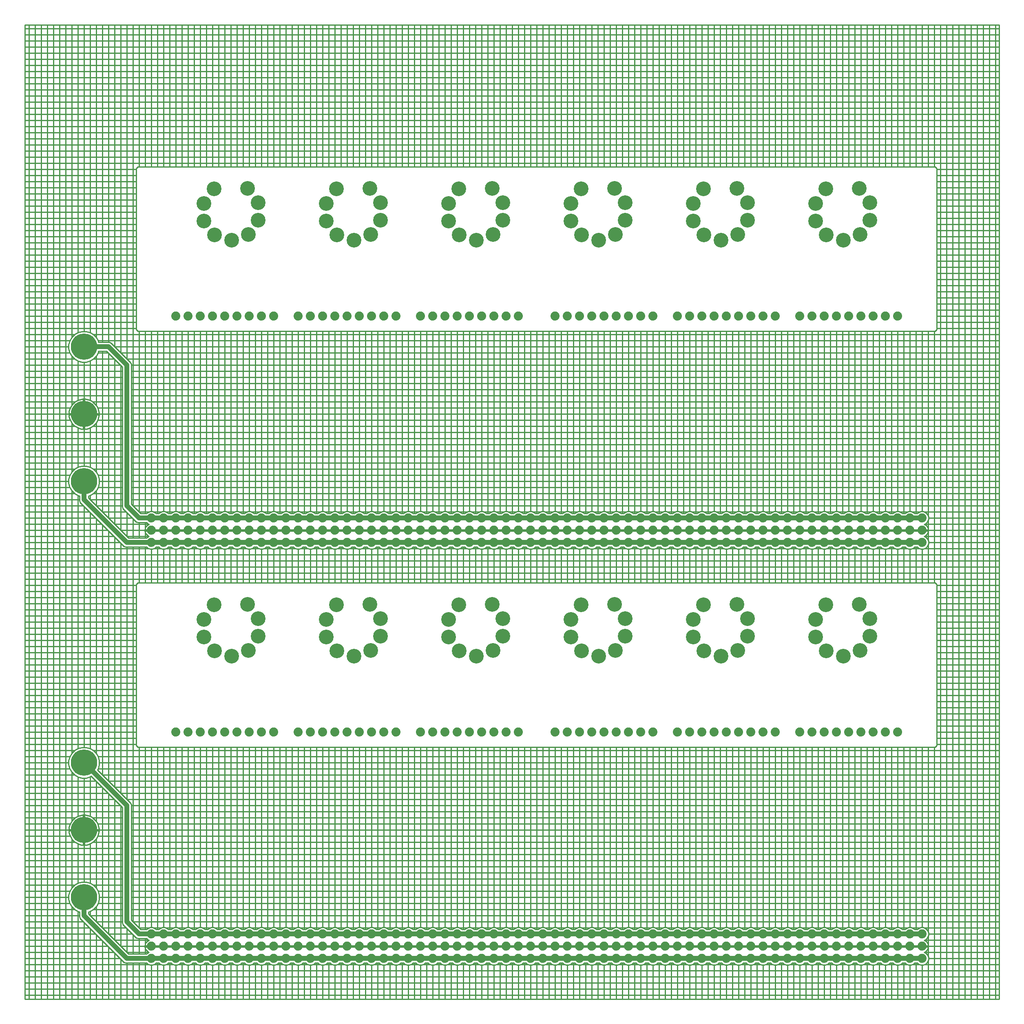
<source format=gbl>
G04 EAGLE Gerber RS-274X export*
G75*
%MOMM*%
%FSLAX34Y34*%
%LPD*%
%INBottom Copper*%
%IPPOS*%
%AMOC8*
5,1,8,0,0,1.08239X$1,22.5*%
G01*
%ADD10C,3.048000*%
%ADD11C,1.879600*%
%ADD12C,5.461000*%
%ADD13C,0.254000*%
%ADD14C,1.016000*%


D10*
X466761Y1687442D03*
X488664Y1658107D03*
X489141Y1621502D03*
X468010Y1591607D03*
X433343Y1579841D03*
X398382Y1590700D03*
X376480Y1620034D03*
X376003Y1656640D03*
X397133Y1686535D03*
X720761Y1687442D03*
X742664Y1658107D03*
X743141Y1621502D03*
X722010Y1591607D03*
X687343Y1579841D03*
X652382Y1590700D03*
X630480Y1620034D03*
X630003Y1656640D03*
X651133Y1686535D03*
X974761Y1687442D03*
X996664Y1658107D03*
X997141Y1621502D03*
X976010Y1591607D03*
X941343Y1579841D03*
X906382Y1590700D03*
X884480Y1620034D03*
X884003Y1656640D03*
X905133Y1686535D03*
X1228761Y1687442D03*
X1250664Y1658107D03*
X1251141Y1621502D03*
X1230010Y1591607D03*
X1195343Y1579841D03*
X1160382Y1590700D03*
X1138480Y1620034D03*
X1138003Y1656640D03*
X1159133Y1686535D03*
X1482761Y1687442D03*
X1504664Y1658107D03*
X1505141Y1621502D03*
X1484010Y1591607D03*
X1449343Y1579841D03*
X1414382Y1590700D03*
X1392480Y1620034D03*
X1392003Y1656640D03*
X1413133Y1686535D03*
X1736761Y1687442D03*
X1758664Y1658107D03*
X1759141Y1621502D03*
X1738010Y1591607D03*
X1703343Y1579841D03*
X1668382Y1590700D03*
X1646480Y1620034D03*
X1646003Y1656640D03*
X1667133Y1686535D03*
X466761Y823842D03*
X488664Y794507D03*
X489141Y757902D03*
X468010Y728007D03*
X433343Y716241D03*
X398382Y727100D03*
X376480Y756434D03*
X376003Y793040D03*
X397133Y822935D03*
X720761Y823842D03*
X742664Y794507D03*
X743141Y757902D03*
X722010Y728007D03*
X687343Y716241D03*
X652382Y727100D03*
X630480Y756434D03*
X630003Y793040D03*
X651133Y822935D03*
X974761Y823842D03*
X996664Y794507D03*
X997141Y757902D03*
X976010Y728007D03*
X941343Y716241D03*
X906382Y727100D03*
X884480Y756434D03*
X884003Y793040D03*
X905133Y822935D03*
X1228761Y823842D03*
X1250664Y794507D03*
X1251141Y757902D03*
X1230010Y728007D03*
X1195343Y716241D03*
X1160382Y727100D03*
X1138480Y756434D03*
X1138003Y793040D03*
X1159133Y822935D03*
X1482761Y823842D03*
X1504664Y794507D03*
X1505141Y757902D03*
X1484010Y728007D03*
X1449343Y716241D03*
X1414382Y727100D03*
X1392480Y756434D03*
X1392003Y793040D03*
X1413133Y822935D03*
X1736761Y823842D03*
X1758664Y794507D03*
X1759141Y757902D03*
X1738010Y728007D03*
X1703343Y716241D03*
X1668382Y727100D03*
X1646480Y756434D03*
X1646003Y793040D03*
X1667133Y822935D03*
D11*
X266700Y114300D03*
X292100Y114300D03*
X317500Y114300D03*
X342900Y114300D03*
X368300Y114300D03*
X393700Y114300D03*
X419100Y114300D03*
X444500Y114300D03*
X469900Y114300D03*
X495300Y114300D03*
X520700Y114300D03*
X546100Y114300D03*
X571500Y114300D03*
X596900Y114300D03*
X622300Y114300D03*
X647700Y114300D03*
X673100Y114300D03*
X698500Y114300D03*
X723900Y114300D03*
X749300Y114300D03*
X774700Y114300D03*
X800100Y114300D03*
X825500Y114300D03*
X850900Y114300D03*
X876300Y114300D03*
X901700Y114300D03*
X927100Y114300D03*
X952500Y114300D03*
X977900Y114300D03*
X1003300Y114300D03*
X1028700Y114300D03*
X1054100Y114300D03*
X1079500Y114300D03*
X1104900Y114300D03*
X1130300Y114300D03*
X1155700Y114300D03*
X1181100Y114300D03*
X1206500Y114300D03*
X1231900Y114300D03*
X1257300Y114300D03*
X1282700Y114300D03*
X1308100Y114300D03*
X1333500Y114300D03*
X1358900Y114300D03*
X1384300Y114300D03*
X1409700Y114300D03*
X1435100Y114300D03*
X1460500Y114300D03*
X1485900Y114300D03*
X1511300Y114300D03*
X1536700Y114300D03*
X1562100Y114300D03*
X1587500Y114300D03*
X1612900Y114300D03*
X1638300Y114300D03*
X1663700Y114300D03*
X1689100Y114300D03*
X1714500Y114300D03*
X1739900Y114300D03*
X1765300Y114300D03*
X1790700Y114300D03*
X1816100Y114300D03*
X1841500Y114300D03*
X1866900Y114300D03*
X266700Y139700D03*
X292100Y139700D03*
X317500Y139700D03*
X342900Y139700D03*
X368300Y139700D03*
X393700Y139700D03*
X419100Y139700D03*
X444500Y139700D03*
X469900Y139700D03*
X495300Y139700D03*
X520700Y139700D03*
X546100Y139700D03*
X571500Y139700D03*
X596900Y139700D03*
X622300Y139700D03*
X647700Y139700D03*
X673100Y139700D03*
X698500Y139700D03*
X723900Y139700D03*
X749300Y139700D03*
X774700Y139700D03*
X800100Y139700D03*
X825500Y139700D03*
X850900Y139700D03*
X876300Y139700D03*
X901700Y139700D03*
X927100Y139700D03*
X952500Y139700D03*
X977900Y139700D03*
X1003300Y139700D03*
X1028700Y139700D03*
X1054100Y139700D03*
X1079500Y139700D03*
X1104900Y139700D03*
X1130300Y139700D03*
X1155700Y139700D03*
X1181100Y139700D03*
X1206500Y139700D03*
X1231900Y139700D03*
X1257300Y139700D03*
X1282700Y139700D03*
X1308100Y139700D03*
X1333500Y139700D03*
X1358900Y139700D03*
X1384300Y139700D03*
X1409700Y139700D03*
X1435100Y139700D03*
X1460500Y139700D03*
X1485900Y139700D03*
X1511300Y139700D03*
X1536700Y139700D03*
X1562100Y139700D03*
X1587500Y139700D03*
X1612900Y139700D03*
X1638300Y139700D03*
X1663700Y139700D03*
X1689100Y139700D03*
X1714500Y139700D03*
X1739900Y139700D03*
X1765300Y139700D03*
X1790700Y139700D03*
X1816100Y139700D03*
X1841500Y139700D03*
X1866900Y139700D03*
X266700Y1003300D03*
X292100Y1003300D03*
X317500Y1003300D03*
X342900Y1003300D03*
X368300Y1003300D03*
X393700Y1003300D03*
X419100Y1003300D03*
X444500Y1003300D03*
X469900Y1003300D03*
X495300Y1003300D03*
X520700Y1003300D03*
X546100Y1003300D03*
X571500Y1003300D03*
X596900Y1003300D03*
X622300Y1003300D03*
X647700Y1003300D03*
X673100Y1003300D03*
X698500Y1003300D03*
X723900Y1003300D03*
X749300Y1003300D03*
X774700Y1003300D03*
X800100Y1003300D03*
X825500Y1003300D03*
X850900Y1003300D03*
X876300Y1003300D03*
X901700Y1003300D03*
X927100Y1003300D03*
X952500Y1003300D03*
X977900Y1003300D03*
X1003300Y1003300D03*
X1028700Y1003300D03*
X1054100Y1003300D03*
X1079500Y1003300D03*
X1104900Y1003300D03*
X1130300Y1003300D03*
X1155700Y1003300D03*
X1181100Y1003300D03*
X1206500Y1003300D03*
X1231900Y1003300D03*
X1257300Y1003300D03*
X1282700Y1003300D03*
X1308100Y1003300D03*
X1333500Y1003300D03*
X1358900Y1003300D03*
X1384300Y1003300D03*
X1409700Y1003300D03*
X1435100Y1003300D03*
X1460500Y1003300D03*
X1485900Y1003300D03*
X1511300Y1003300D03*
X1536700Y1003300D03*
X1562100Y1003300D03*
X1587500Y1003300D03*
X1612900Y1003300D03*
X1638300Y1003300D03*
X1663700Y1003300D03*
X1689100Y1003300D03*
X1714500Y1003300D03*
X1739900Y1003300D03*
X1765300Y1003300D03*
X1790700Y1003300D03*
X1816100Y1003300D03*
X1841500Y1003300D03*
X1866900Y1003300D03*
X266700Y977900D03*
X292100Y977900D03*
X317500Y977900D03*
X342900Y977900D03*
X368300Y977900D03*
X393700Y977900D03*
X419100Y977900D03*
X444500Y977900D03*
X469900Y977900D03*
X495300Y977900D03*
X520700Y977900D03*
X546100Y977900D03*
X571500Y977900D03*
X596900Y977900D03*
X622300Y977900D03*
X647700Y977900D03*
X673100Y977900D03*
X698500Y977900D03*
X723900Y977900D03*
X749300Y977900D03*
X774700Y977900D03*
X800100Y977900D03*
X825500Y977900D03*
X850900Y977900D03*
X876300Y977900D03*
X901700Y977900D03*
X927100Y977900D03*
X952500Y977900D03*
X977900Y977900D03*
X1003300Y977900D03*
X1028700Y977900D03*
X1054100Y977900D03*
X1079500Y977900D03*
X1104900Y977900D03*
X1130300Y977900D03*
X1155700Y977900D03*
X1181100Y977900D03*
X1206500Y977900D03*
X1231900Y977900D03*
X1257300Y977900D03*
X1282700Y977900D03*
X1308100Y977900D03*
X1333500Y977900D03*
X1358900Y977900D03*
X1384300Y977900D03*
X1409700Y977900D03*
X1435100Y977900D03*
X1460500Y977900D03*
X1485900Y977900D03*
X1511300Y977900D03*
X1536700Y977900D03*
X1562100Y977900D03*
X1587500Y977900D03*
X1612900Y977900D03*
X1638300Y977900D03*
X1663700Y977900D03*
X1689100Y977900D03*
X1714500Y977900D03*
X1739900Y977900D03*
X1765300Y977900D03*
X1790700Y977900D03*
X1816100Y977900D03*
X1841500Y977900D03*
X1866900Y977900D03*
X266700Y952500D03*
X292100Y952500D03*
X317500Y952500D03*
X342900Y952500D03*
X368300Y952500D03*
X393700Y952500D03*
X419100Y952500D03*
X444500Y952500D03*
X469900Y952500D03*
X495300Y952500D03*
X520700Y952500D03*
X546100Y952500D03*
X571500Y952500D03*
X596900Y952500D03*
X622300Y952500D03*
X647700Y952500D03*
X673100Y952500D03*
X698500Y952500D03*
X723900Y952500D03*
X749300Y952500D03*
X774700Y952500D03*
X800100Y952500D03*
X825500Y952500D03*
X850900Y952500D03*
X876300Y952500D03*
X901700Y952500D03*
X927100Y952500D03*
X952500Y952500D03*
X977900Y952500D03*
X1003300Y952500D03*
X1028700Y952500D03*
X1054100Y952500D03*
X1079500Y952500D03*
X1104900Y952500D03*
X1130300Y952500D03*
X1155700Y952500D03*
X1181100Y952500D03*
X1206500Y952500D03*
X1231900Y952500D03*
X1257300Y952500D03*
X1282700Y952500D03*
X1308100Y952500D03*
X1333500Y952500D03*
X1358900Y952500D03*
X1384300Y952500D03*
X1409700Y952500D03*
X1435100Y952500D03*
X1460500Y952500D03*
X1485900Y952500D03*
X1511300Y952500D03*
X1536700Y952500D03*
X1562100Y952500D03*
X1587500Y952500D03*
X1612900Y952500D03*
X1638300Y952500D03*
X1663700Y952500D03*
X1689100Y952500D03*
X1714500Y952500D03*
X1739900Y952500D03*
X1765300Y952500D03*
X1790700Y952500D03*
X1816100Y952500D03*
X1841500Y952500D03*
X1866900Y952500D03*
X266700Y88900D03*
X292100Y88900D03*
X317500Y88900D03*
X342900Y88900D03*
X368300Y88900D03*
X393700Y88900D03*
X419100Y88900D03*
X444500Y88900D03*
X469900Y88900D03*
X495300Y88900D03*
X520700Y88900D03*
X546100Y88900D03*
X571500Y88900D03*
X596900Y88900D03*
X622300Y88900D03*
X647700Y88900D03*
X673100Y88900D03*
X698500Y88900D03*
X723900Y88900D03*
X749300Y88900D03*
X774700Y88900D03*
X800100Y88900D03*
X825500Y88900D03*
X850900Y88900D03*
X876300Y88900D03*
X901700Y88900D03*
X927100Y88900D03*
X952500Y88900D03*
X977900Y88900D03*
X1003300Y88900D03*
X1028700Y88900D03*
X1054100Y88900D03*
X1079500Y88900D03*
X1104900Y88900D03*
X1130300Y88900D03*
X1155700Y88900D03*
X1181100Y88900D03*
X1206500Y88900D03*
X1231900Y88900D03*
X1257300Y88900D03*
X1282700Y88900D03*
X1308100Y88900D03*
X1333500Y88900D03*
X1358900Y88900D03*
X1384300Y88900D03*
X1409700Y88900D03*
X1435100Y88900D03*
X1460500Y88900D03*
X1485900Y88900D03*
X1511300Y88900D03*
X1536700Y88900D03*
X1562100Y88900D03*
X1587500Y88900D03*
X1612900Y88900D03*
X1638300Y88900D03*
X1663700Y88900D03*
X1689100Y88900D03*
X1714500Y88900D03*
X1739900Y88900D03*
X1765300Y88900D03*
X1790700Y88900D03*
X1816100Y88900D03*
X1841500Y88900D03*
X1866900Y88900D03*
X520700Y1422400D03*
X495300Y1422400D03*
X469900Y1422400D03*
X444500Y1422400D03*
X419100Y1422400D03*
X393700Y1422400D03*
X368300Y1422400D03*
X342900Y1422400D03*
X317500Y1422400D03*
X774700Y1422400D03*
X749300Y1422400D03*
X723900Y1422400D03*
X698500Y1422400D03*
X673100Y1422400D03*
X647700Y1422400D03*
X622300Y1422400D03*
X596900Y1422400D03*
X571500Y1422400D03*
X1028700Y1422400D03*
X1003300Y1422400D03*
X977900Y1422400D03*
X952500Y1422400D03*
X927100Y1422400D03*
X901700Y1422400D03*
X876300Y1422400D03*
X850900Y1422400D03*
X825500Y1422400D03*
X1308100Y1422400D03*
X1282700Y1422400D03*
X1257300Y1422400D03*
X1231900Y1422400D03*
X1206500Y1422400D03*
X1181100Y1422400D03*
X1155700Y1422400D03*
X1130300Y1422400D03*
X1104900Y1422400D03*
X1562100Y1422400D03*
X1536700Y1422400D03*
X1511300Y1422400D03*
X1485900Y1422400D03*
X1460500Y1422400D03*
X1435100Y1422400D03*
X1409700Y1422400D03*
X1384300Y1422400D03*
X1358900Y1422400D03*
X1816100Y1422400D03*
X1790700Y1422400D03*
X1765300Y1422400D03*
X1739900Y1422400D03*
X1714500Y1422400D03*
X1689100Y1422400D03*
X1663700Y1422400D03*
X1638300Y1422400D03*
X1612900Y1422400D03*
X520700Y558800D03*
X495300Y558800D03*
X469900Y558800D03*
X444500Y558800D03*
X419100Y558800D03*
X393700Y558800D03*
X368300Y558800D03*
X342900Y558800D03*
X317500Y558800D03*
X774700Y558800D03*
X749300Y558800D03*
X723900Y558800D03*
X698500Y558800D03*
X673100Y558800D03*
X647700Y558800D03*
X622300Y558800D03*
X596900Y558800D03*
X571500Y558800D03*
X1028700Y558800D03*
X1003300Y558800D03*
X977900Y558800D03*
X952500Y558800D03*
X927100Y558800D03*
X901700Y558800D03*
X876300Y558800D03*
X850900Y558800D03*
X825500Y558800D03*
X1308100Y558800D03*
X1282700Y558800D03*
X1257300Y558800D03*
X1231900Y558800D03*
X1206500Y558800D03*
X1181100Y558800D03*
X1155700Y558800D03*
X1130300Y558800D03*
X1104900Y558800D03*
X1562100Y558800D03*
X1536700Y558800D03*
X1511300Y558800D03*
X1485900Y558800D03*
X1460500Y558800D03*
X1435100Y558800D03*
X1409700Y558800D03*
X1384300Y558800D03*
X1358900Y558800D03*
X1816100Y558800D03*
X1790700Y558800D03*
X1765300Y558800D03*
X1739900Y558800D03*
X1714500Y558800D03*
X1689100Y558800D03*
X1663700Y558800D03*
X1638300Y558800D03*
X1612900Y558800D03*
D12*
X127000Y1219200D03*
X127000Y355600D03*
X127000Y1358900D03*
X127000Y1079500D03*
X127000Y495300D03*
X127000Y215900D03*
D13*
X267970Y113030D02*
X278929Y113030D01*
X267970Y113030D02*
X267970Y115570D01*
X290830Y115570D01*
X290830Y113030D01*
X278929Y113030D01*
X318770Y113030D02*
X329729Y113030D01*
X318770Y113030D02*
X318770Y115570D01*
X341630Y115570D01*
X341630Y113030D01*
X329729Y113030D01*
X369570Y113030D02*
X381471Y113030D01*
X369570Y113030D02*
X369570Y115570D01*
X392430Y115570D01*
X392430Y113030D01*
X381471Y113030D01*
X420370Y113030D02*
X431329Y113030D01*
X420370Y113030D02*
X420370Y115570D01*
X443230Y115570D01*
X443230Y113030D01*
X431329Y113030D01*
X471170Y113030D02*
X482129Y113030D01*
X471170Y113030D02*
X471170Y115570D01*
X494030Y115570D01*
X494030Y113030D01*
X482129Y113030D01*
X521970Y113030D02*
X532929Y113030D01*
X521970Y113030D02*
X521970Y115570D01*
X544830Y115570D01*
X544830Y113030D01*
X532929Y113030D01*
X572770Y113030D02*
X583729Y113030D01*
X572770Y113030D02*
X572770Y115570D01*
X595630Y115570D01*
X595630Y113030D01*
X583729Y113030D01*
X623570Y113030D02*
X634529Y113030D01*
X623570Y113030D02*
X623570Y115570D01*
X646430Y115570D01*
X646430Y113030D01*
X634529Y113030D01*
X674370Y113030D02*
X685329Y113030D01*
X674370Y113030D02*
X674370Y115570D01*
X697230Y115570D01*
X697230Y113030D01*
X685329Y113030D01*
X725170Y113030D02*
X737071Y113030D01*
X725170Y113030D02*
X725170Y115570D01*
X748030Y115570D01*
X748030Y113030D01*
X737071Y113030D01*
X775970Y113030D02*
X786929Y113030D01*
X775970Y113030D02*
X775970Y115570D01*
X798830Y115570D01*
X798830Y113030D01*
X786929Y113030D01*
X826770Y113030D02*
X837729Y113030D01*
X826770Y113030D02*
X826770Y115570D01*
X849630Y115570D01*
X849630Y113030D01*
X837729Y113030D01*
X877570Y113030D02*
X888529Y113030D01*
X877570Y113030D02*
X877570Y115570D01*
X900430Y115570D01*
X900430Y113030D01*
X888529Y113030D01*
X928370Y113030D02*
X940271Y113030D01*
X928370Y113030D02*
X928370Y115570D01*
X951230Y115570D01*
X951230Y113030D01*
X940271Y113030D01*
X979170Y113030D02*
X990129Y113030D01*
X979170Y113030D02*
X979170Y115570D01*
X1002030Y115570D01*
X1002030Y113030D01*
X990129Y113030D01*
X1029970Y113030D02*
X1040929Y113030D01*
X1029970Y113030D02*
X1029970Y115570D01*
X1052830Y115570D01*
X1052830Y113030D01*
X1040929Y113030D01*
X1080770Y113030D02*
X1091729Y113030D01*
X1080770Y113030D02*
X1080770Y115570D01*
X1103630Y115570D01*
X1103630Y113030D01*
X1091729Y113030D01*
X1131570Y113030D02*
X1142529Y113030D01*
X1131570Y113030D02*
X1131570Y115570D01*
X1154430Y115570D01*
X1154430Y113030D01*
X1142529Y113030D01*
X1182370Y113030D02*
X1193329Y113030D01*
X1182370Y113030D02*
X1182370Y115570D01*
X1205230Y115570D01*
X1205230Y113030D01*
X1193329Y113030D01*
X1233170Y113030D02*
X1244129Y113030D01*
X1233170Y113030D02*
X1233170Y115570D01*
X1256030Y115570D01*
X1256030Y113030D01*
X1244129Y113030D01*
X1283970Y113030D02*
X1295871Y113030D01*
X1283970Y113030D02*
X1283970Y115570D01*
X1306830Y115570D01*
X1306830Y113030D01*
X1295871Y113030D01*
X1334770Y113030D02*
X1345729Y113030D01*
X1334770Y113030D02*
X1334770Y115570D01*
X1357630Y115570D01*
X1357630Y113030D01*
X1345729Y113030D01*
X1385570Y113030D02*
X1396529Y113030D01*
X1385570Y113030D02*
X1385570Y115570D01*
X1408430Y115570D01*
X1408430Y113030D01*
X1396529Y113030D01*
X1436370Y113030D02*
X1447329Y113030D01*
X1436370Y113030D02*
X1436370Y115570D01*
X1459230Y115570D01*
X1459230Y113030D01*
X1447329Y113030D01*
X1487170Y113030D02*
X1498129Y113030D01*
X1487170Y113030D02*
X1487170Y115570D01*
X1510030Y115570D01*
X1510030Y113030D01*
X1498129Y113030D01*
X1537970Y113030D02*
X1548929Y113030D01*
X1537970Y113030D02*
X1537970Y115570D01*
X1560830Y115570D01*
X1560830Y113030D01*
X1548929Y113030D01*
X1588770Y113030D02*
X1599729Y113030D01*
X1588770Y113030D02*
X1588770Y115570D01*
X1611630Y115570D01*
X1611630Y113030D01*
X1599729Y113030D01*
X1639570Y113030D02*
X1651471Y113030D01*
X1639570Y113030D02*
X1639570Y115570D01*
X1662430Y115570D01*
X1662430Y113030D01*
X1651471Y113030D01*
X1690370Y113030D02*
X1701329Y113030D01*
X1690370Y113030D02*
X1690370Y115570D01*
X1713230Y115570D01*
X1713230Y113030D01*
X1701329Y113030D01*
X1741170Y113030D02*
X1752129Y113030D01*
X1741170Y113030D02*
X1741170Y115570D01*
X1764030Y115570D01*
X1764030Y113030D01*
X1752129Y113030D01*
X1791970Y113030D02*
X1802929Y113030D01*
X1791970Y113030D02*
X1791970Y115570D01*
X1814830Y115570D01*
X1814830Y113030D01*
X1802929Y113030D01*
X1842770Y113030D02*
X1854671Y113030D01*
X1842770Y113030D02*
X1842770Y115570D01*
X1865630Y115570D01*
X1865630Y113030D01*
X1854671Y113030D01*
X1829271Y113030D02*
X1817370Y113030D01*
X1817370Y115570D01*
X1840230Y115570D01*
X1840230Y113030D01*
X1829271Y113030D01*
X1777529Y113030D02*
X1766570Y113030D01*
X1766570Y115570D01*
X1789430Y115570D01*
X1789430Y113030D01*
X1777529Y113030D01*
X1726729Y113030D02*
X1715770Y113030D01*
X1715770Y115570D01*
X1738630Y115570D01*
X1738630Y113030D01*
X1726729Y113030D01*
X1675929Y113030D02*
X1664970Y113030D01*
X1664970Y115570D01*
X1687830Y115570D01*
X1687830Y113030D01*
X1675929Y113030D01*
X1625129Y113030D02*
X1614170Y113030D01*
X1614170Y115570D01*
X1637030Y115570D01*
X1637030Y113030D01*
X1625129Y113030D01*
X1574329Y113030D02*
X1563370Y113030D01*
X1563370Y115570D01*
X1586230Y115570D01*
X1586230Y113030D01*
X1574329Y113030D01*
X1523529Y113030D02*
X1512570Y113030D01*
X1512570Y115570D01*
X1535430Y115570D01*
X1535430Y113030D01*
X1523529Y113030D01*
X1473671Y113030D02*
X1461770Y113030D01*
X1461770Y115570D01*
X1484630Y115570D01*
X1484630Y113030D01*
X1473671Y113030D01*
X1421929Y113030D02*
X1410970Y113030D01*
X1410970Y115570D01*
X1433830Y115570D01*
X1433830Y113030D01*
X1421929Y113030D01*
X1371129Y113030D02*
X1360170Y113030D01*
X1360170Y115570D01*
X1383030Y115570D01*
X1383030Y113030D01*
X1371129Y113030D01*
X1320329Y113030D02*
X1309370Y113030D01*
X1309370Y115570D01*
X1332230Y115570D01*
X1332230Y113030D01*
X1320329Y113030D01*
X1269529Y113030D02*
X1258570Y113030D01*
X1258570Y115570D01*
X1281430Y115570D01*
X1281430Y113030D01*
X1269529Y113030D01*
X1218729Y113030D02*
X1207770Y113030D01*
X1207770Y115570D01*
X1230630Y115570D01*
X1230630Y113030D01*
X1218729Y113030D01*
X1167929Y113030D02*
X1156970Y113030D01*
X1156970Y115570D01*
X1179830Y115570D01*
X1179830Y113030D01*
X1167929Y113030D01*
X1118071Y113030D02*
X1106170Y113030D01*
X1106170Y115570D01*
X1129030Y115570D01*
X1129030Y113030D01*
X1118071Y113030D01*
X1066329Y113030D02*
X1055370Y113030D01*
X1055370Y115570D01*
X1078230Y115570D01*
X1078230Y113030D01*
X1066329Y113030D01*
X1015529Y113030D02*
X1004570Y113030D01*
X1004570Y115570D01*
X1027430Y115570D01*
X1027430Y113030D01*
X1015529Y113030D01*
X964729Y113030D02*
X953770Y113030D01*
X953770Y115570D01*
X976630Y115570D01*
X976630Y113030D01*
X964729Y113030D01*
X914871Y113030D02*
X902970Y113030D01*
X902970Y115570D01*
X925830Y115570D01*
X925830Y113030D01*
X914871Y113030D01*
X863129Y113030D02*
X852170Y113030D01*
X852170Y115570D01*
X875030Y115570D01*
X875030Y113030D01*
X863129Y113030D01*
X812329Y113030D02*
X801370Y113030D01*
X801370Y115570D01*
X824230Y115570D01*
X824230Y113030D01*
X812329Y113030D01*
X761529Y113030D02*
X750570Y113030D01*
X750570Y115570D01*
X773430Y115570D01*
X773430Y113030D01*
X761529Y113030D01*
X710729Y113030D02*
X699770Y113030D01*
X699770Y115570D01*
X722630Y115570D01*
X722630Y113030D01*
X710729Y113030D01*
X659929Y113030D02*
X648970Y113030D01*
X648970Y115570D01*
X671830Y115570D01*
X671830Y113030D01*
X659929Y113030D01*
X609129Y113030D02*
X598170Y113030D01*
X598170Y115570D01*
X621030Y115570D01*
X621030Y113030D01*
X609129Y113030D01*
X559271Y113030D02*
X547370Y113030D01*
X547370Y115570D01*
X570230Y115570D01*
X570230Y113030D01*
X559271Y113030D01*
X507529Y113030D02*
X496570Y113030D01*
X496570Y115570D01*
X519430Y115570D01*
X519430Y113030D01*
X507529Y113030D01*
X456729Y113030D02*
X445770Y113030D01*
X445770Y115570D01*
X468630Y115570D01*
X468630Y113030D01*
X456729Y113030D01*
X405929Y113030D02*
X394970Y113030D01*
X394970Y115570D01*
X417830Y115570D01*
X417830Y113030D01*
X405929Y113030D01*
X355129Y113030D02*
X344170Y113030D01*
X344170Y115570D01*
X367030Y115570D01*
X367030Y113030D01*
X355129Y113030D01*
X304329Y113030D02*
X293370Y113030D01*
X293370Y115570D01*
X316230Y115570D01*
X316230Y113030D01*
X304329Y113030D01*
X278929Y976630D02*
X267970Y976630D01*
X267970Y979170D01*
X290830Y979170D01*
X290830Y976630D01*
X278929Y976630D01*
X293370Y976630D02*
X305271Y976630D01*
X293370Y976630D02*
X293370Y979170D01*
X316230Y979170D01*
X316230Y976630D01*
X305271Y976630D01*
X318770Y976630D02*
X329729Y976630D01*
X318770Y976630D02*
X318770Y979170D01*
X341630Y979170D01*
X341630Y976630D01*
X329729Y976630D01*
X344170Y976630D02*
X355129Y976630D01*
X344170Y976630D02*
X344170Y979170D01*
X367030Y979170D01*
X367030Y976630D01*
X355129Y976630D01*
X369570Y976630D02*
X380529Y976630D01*
X369570Y976630D02*
X369570Y979170D01*
X392430Y979170D01*
X392430Y976630D01*
X380529Y976630D01*
X394970Y976630D02*
X405929Y976630D01*
X394970Y976630D02*
X394970Y979170D01*
X417830Y979170D01*
X417830Y976630D01*
X405929Y976630D01*
X420370Y976630D02*
X431329Y976630D01*
X420370Y976630D02*
X420370Y979170D01*
X443230Y979170D01*
X443230Y976630D01*
X431329Y976630D01*
X445770Y976630D02*
X456729Y976630D01*
X445770Y976630D02*
X445770Y979170D01*
X468630Y979170D01*
X468630Y976630D01*
X456729Y976630D01*
X471170Y976630D02*
X483071Y976630D01*
X471170Y976630D02*
X471170Y979170D01*
X494030Y979170D01*
X494030Y976630D01*
X483071Y976630D01*
X496570Y976630D02*
X507529Y976630D01*
X496570Y976630D02*
X496570Y979170D01*
X519430Y979170D01*
X519430Y976630D01*
X507529Y976630D01*
X521970Y976630D02*
X532929Y976630D01*
X521970Y976630D02*
X521970Y979170D01*
X544830Y979170D01*
X544830Y976630D01*
X532929Y976630D01*
X547370Y976630D02*
X558329Y976630D01*
X547370Y976630D02*
X547370Y979170D01*
X570230Y979170D01*
X570230Y976630D01*
X558329Y976630D01*
X572770Y976630D02*
X583729Y976630D01*
X572770Y976630D02*
X572770Y979170D01*
X595630Y979170D01*
X595630Y976630D01*
X583729Y976630D01*
X598170Y976630D02*
X609129Y976630D01*
X598170Y976630D02*
X598170Y979170D01*
X621030Y979170D01*
X621030Y976630D01*
X609129Y976630D01*
X623570Y976630D02*
X634529Y976630D01*
X623570Y976630D02*
X623570Y979170D01*
X646430Y979170D01*
X646430Y976630D01*
X634529Y976630D01*
X648970Y976630D02*
X660871Y976630D01*
X648970Y976630D02*
X648970Y979170D01*
X671830Y979170D01*
X671830Y976630D01*
X660871Y976630D01*
X674370Y976630D02*
X685329Y976630D01*
X674370Y976630D02*
X674370Y979170D01*
X697230Y979170D01*
X697230Y976630D01*
X685329Y976630D01*
X699770Y976630D02*
X710729Y976630D01*
X699770Y976630D02*
X699770Y979170D01*
X722630Y979170D01*
X722630Y976630D01*
X710729Y976630D01*
X725170Y976630D02*
X736129Y976630D01*
X725170Y976630D02*
X725170Y979170D01*
X748030Y979170D01*
X748030Y976630D01*
X736129Y976630D01*
X750570Y976630D02*
X761529Y976630D01*
X750570Y976630D02*
X750570Y979170D01*
X773430Y979170D01*
X773430Y976630D01*
X761529Y976630D01*
X775970Y976630D02*
X786929Y976630D01*
X775970Y976630D02*
X775970Y979170D01*
X798830Y979170D01*
X798830Y976630D01*
X786929Y976630D01*
X801370Y976630D02*
X812329Y976630D01*
X801370Y976630D02*
X801370Y979170D01*
X824230Y979170D01*
X824230Y976630D01*
X812329Y976630D01*
X826770Y976630D02*
X838671Y976630D01*
X826770Y976630D02*
X826770Y979170D01*
X849630Y979170D01*
X849630Y976630D01*
X838671Y976630D01*
X852170Y976630D02*
X863129Y976630D01*
X852170Y976630D02*
X852170Y979170D01*
X875030Y979170D01*
X875030Y976630D01*
X863129Y976630D01*
X877570Y976630D02*
X888529Y976630D01*
X877570Y976630D02*
X877570Y979170D01*
X900430Y979170D01*
X900430Y976630D01*
X888529Y976630D01*
X902970Y976630D02*
X913929Y976630D01*
X902970Y976630D02*
X902970Y979170D01*
X925830Y979170D01*
X925830Y976630D01*
X913929Y976630D01*
X928370Y976630D02*
X939329Y976630D01*
X928370Y976630D02*
X928370Y979170D01*
X951230Y979170D01*
X951230Y976630D01*
X939329Y976630D01*
X953770Y976630D02*
X964729Y976630D01*
X953770Y976630D02*
X953770Y979170D01*
X976630Y979170D01*
X976630Y976630D01*
X964729Y976630D01*
X979170Y976630D02*
X990129Y976630D01*
X979170Y976630D02*
X979170Y979170D01*
X1002030Y979170D01*
X1002030Y976630D01*
X990129Y976630D01*
X1004570Y976630D02*
X1016471Y976630D01*
X1004570Y976630D02*
X1004570Y979170D01*
X1027430Y979170D01*
X1027430Y976630D01*
X1016471Y976630D01*
X1029970Y976630D02*
X1041871Y976630D01*
X1029970Y976630D02*
X1029970Y979170D01*
X1052830Y979170D01*
X1052830Y976630D01*
X1041871Y976630D01*
X1055370Y976630D02*
X1066329Y976630D01*
X1055370Y976630D02*
X1055370Y979170D01*
X1078230Y979170D01*
X1078230Y976630D01*
X1066329Y976630D01*
X1080770Y976630D02*
X1091729Y976630D01*
X1080770Y976630D02*
X1080770Y979170D01*
X1103630Y979170D01*
X1103630Y976630D01*
X1091729Y976630D01*
X1106170Y976630D02*
X1117129Y976630D01*
X1106170Y976630D02*
X1106170Y979170D01*
X1129030Y979170D01*
X1129030Y976630D01*
X1117129Y976630D01*
X1131570Y976630D02*
X1142529Y976630D01*
X1131570Y976630D02*
X1131570Y979170D01*
X1154430Y979170D01*
X1154430Y976630D01*
X1142529Y976630D01*
X1156970Y976630D02*
X1167929Y976630D01*
X1156970Y976630D02*
X1156970Y979170D01*
X1179830Y979170D01*
X1179830Y976630D01*
X1167929Y976630D01*
X1182370Y976630D02*
X1193329Y976630D01*
X1182370Y976630D02*
X1182370Y979170D01*
X1205230Y979170D01*
X1205230Y976630D01*
X1193329Y976630D01*
X1207770Y976630D02*
X1219671Y976630D01*
X1207770Y976630D02*
X1207770Y979170D01*
X1230630Y979170D01*
X1230630Y976630D01*
X1219671Y976630D01*
X1233170Y976630D02*
X1244129Y976630D01*
X1233170Y976630D02*
X1233170Y979170D01*
X1256030Y979170D01*
X1256030Y976630D01*
X1244129Y976630D01*
X1258570Y976630D02*
X1269529Y976630D01*
X1258570Y976630D02*
X1258570Y979170D01*
X1281430Y979170D01*
X1281430Y976630D01*
X1269529Y976630D01*
X1283970Y976630D02*
X1294929Y976630D01*
X1283970Y976630D02*
X1283970Y979170D01*
X1306830Y979170D01*
X1306830Y976630D01*
X1294929Y976630D01*
X1309370Y976630D02*
X1320329Y976630D01*
X1309370Y976630D02*
X1309370Y979170D01*
X1332230Y979170D01*
X1332230Y976630D01*
X1320329Y976630D01*
X1334770Y976630D02*
X1345729Y976630D01*
X1334770Y976630D02*
X1334770Y979170D01*
X1357630Y979170D01*
X1357630Y976630D01*
X1345729Y976630D01*
X1360170Y976630D02*
X1371129Y976630D01*
X1360170Y976630D02*
X1360170Y979170D01*
X1383030Y979170D01*
X1383030Y976630D01*
X1371129Y976630D01*
X1385570Y976630D02*
X1397471Y976630D01*
X1385570Y976630D02*
X1385570Y979170D01*
X1408430Y979170D01*
X1408430Y976630D01*
X1397471Y976630D01*
X1410970Y976630D02*
X1421929Y976630D01*
X1410970Y976630D02*
X1410970Y979170D01*
X1433830Y979170D01*
X1433830Y976630D01*
X1421929Y976630D01*
X1436370Y976630D02*
X1447329Y976630D01*
X1436370Y976630D02*
X1436370Y979170D01*
X1459230Y979170D01*
X1459230Y976630D01*
X1447329Y976630D01*
X1461770Y976630D02*
X1472729Y976630D01*
X1461770Y976630D02*
X1461770Y979170D01*
X1484630Y979170D01*
X1484630Y976630D01*
X1472729Y976630D01*
X1487170Y976630D02*
X1498129Y976630D01*
X1487170Y976630D02*
X1487170Y979170D01*
X1510030Y979170D01*
X1510030Y976630D01*
X1498129Y976630D01*
X1512570Y976630D02*
X1523529Y976630D01*
X1512570Y976630D02*
X1512570Y979170D01*
X1535430Y979170D01*
X1535430Y976630D01*
X1523529Y976630D01*
X1537970Y976630D02*
X1548929Y976630D01*
X1537970Y976630D02*
X1537970Y979170D01*
X1560830Y979170D01*
X1560830Y976630D01*
X1548929Y976630D01*
X1563370Y976630D02*
X1575271Y976630D01*
X1563370Y976630D02*
X1563370Y979170D01*
X1586230Y979170D01*
X1586230Y976630D01*
X1575271Y976630D01*
X1588770Y976630D02*
X1599729Y976630D01*
X1588770Y976630D02*
X1588770Y979170D01*
X1611630Y979170D01*
X1611630Y976630D01*
X1599729Y976630D01*
X1614170Y976630D02*
X1625129Y976630D01*
X1614170Y976630D02*
X1614170Y979170D01*
X1637030Y979170D01*
X1637030Y976630D01*
X1625129Y976630D01*
X1639570Y976630D02*
X1650529Y976630D01*
X1639570Y976630D02*
X1639570Y979170D01*
X1662430Y979170D01*
X1662430Y976630D01*
X1650529Y976630D01*
X1664970Y976630D02*
X1675929Y976630D01*
X1664970Y976630D02*
X1664970Y979170D01*
X1687830Y979170D01*
X1687830Y976630D01*
X1675929Y976630D01*
X1690370Y976630D02*
X1701329Y976630D01*
X1690370Y976630D02*
X1690370Y979170D01*
X1713230Y979170D01*
X1713230Y976630D01*
X1701329Y976630D01*
X1715770Y976630D02*
X1726729Y976630D01*
X1715770Y976630D02*
X1715770Y979170D01*
X1738630Y979170D01*
X1738630Y976630D01*
X1726729Y976630D01*
X1741170Y976630D02*
X1753071Y976630D01*
X1741170Y976630D02*
X1741170Y979170D01*
X1764030Y979170D01*
X1764030Y976630D01*
X1753071Y976630D01*
X1766570Y976630D02*
X1777529Y976630D01*
X1766570Y976630D02*
X1766570Y979170D01*
X1789430Y979170D01*
X1789430Y976630D01*
X1777529Y976630D01*
X1791970Y976630D02*
X1802929Y976630D01*
X1791970Y976630D02*
X1791970Y979170D01*
X1814830Y979170D01*
X1814830Y976630D01*
X1802929Y976630D01*
X1817370Y976630D02*
X1828329Y976630D01*
X1817370Y976630D02*
X1817370Y979170D01*
X1840230Y979170D01*
X1840230Y976630D01*
X1828329Y976630D01*
X1842770Y976630D02*
X1853729Y976630D01*
X1842770Y976630D02*
X1842770Y979170D01*
X1865630Y979170D01*
X1865630Y976630D01*
X1853729Y976630D01*
X2027301Y2027301D02*
X4699Y2027301D01*
X2027301Y2027301D02*
X2027301Y4699D01*
X4699Y4699D01*
X4699Y2027301D01*
X128270Y386715D02*
X128270Y356870D01*
X125730Y356870D01*
X125730Y386715D01*
X125253Y386715D01*
X121780Y386324D01*
X118373Y385546D01*
X115074Y384392D01*
X111925Y382875D01*
X108966Y381016D01*
X106234Y378837D01*
X103763Y376366D01*
X101584Y373634D01*
X99725Y370675D01*
X98208Y367526D01*
X97054Y364227D01*
X96276Y360820D01*
X95885Y357347D01*
X95885Y356870D01*
X125730Y356870D01*
X125730Y354330D01*
X95885Y354330D01*
X95885Y353853D01*
X96276Y350380D01*
X97054Y346973D01*
X98208Y343674D01*
X99725Y340525D01*
X101584Y337566D01*
X103763Y334834D01*
X106234Y332363D01*
X108966Y330184D01*
X111925Y328325D01*
X115074Y326808D01*
X118373Y325654D01*
X121780Y324876D01*
X125253Y324485D01*
X125730Y324485D01*
X125730Y354330D01*
X128270Y354330D01*
X128270Y324485D01*
X128747Y324485D01*
X132220Y324876D01*
X135627Y325654D01*
X138926Y326808D01*
X142075Y328325D01*
X145034Y330184D01*
X147766Y332363D01*
X150237Y334834D01*
X152416Y337566D01*
X154275Y340525D01*
X155792Y343674D01*
X156946Y346973D01*
X157724Y350380D01*
X158115Y353853D01*
X158115Y354330D01*
X128270Y354330D01*
X128270Y356870D01*
X158115Y356870D01*
X158115Y357347D01*
X157724Y360820D01*
X156946Y364227D01*
X155792Y367526D01*
X154275Y370675D01*
X152416Y373634D01*
X150237Y376366D01*
X147766Y378837D01*
X145034Y381016D01*
X142075Y382875D01*
X138926Y384392D01*
X135627Y385546D01*
X132220Y386324D01*
X128747Y386715D01*
X128270Y386715D01*
X1897888Y861285D02*
X1897888Y865915D01*
X1894615Y869188D01*
X238985Y869188D01*
X235712Y865915D01*
X235712Y531085D01*
X238985Y527812D01*
X1894615Y527812D01*
X1897888Y531085D01*
X1897888Y535715D01*
X1897888Y861285D01*
X1897888Y1729515D02*
X1894615Y1732788D01*
X238985Y1732788D01*
X235712Y1729515D01*
X235712Y1394685D01*
X238985Y1391412D01*
X1894615Y1391412D01*
X1897888Y1394685D01*
X1897888Y1399315D01*
X1897888Y1729515D01*
X1873823Y103004D02*
X1871970Y102060D01*
X1873823Y103004D02*
X1875504Y104226D01*
X1876974Y105696D01*
X1878196Y107377D01*
X1879140Y109230D01*
X1879783Y111207D01*
X1880071Y113030D01*
X1868170Y113030D01*
X1868170Y115570D01*
X1880071Y115570D01*
X1879783Y117393D01*
X1879140Y119370D01*
X1878196Y121223D01*
X1876974Y122904D01*
X1875504Y124374D01*
X1873823Y125596D01*
X1871970Y126540D01*
X1871410Y126722D01*
X1874669Y128072D01*
X1878528Y131931D01*
X1880616Y136972D01*
X1880616Y142428D01*
X1878528Y147469D01*
X1874669Y151328D01*
X1869628Y153416D01*
X1864172Y153416D01*
X1859131Y151328D01*
X1856901Y149098D01*
X1851499Y149098D01*
X1849269Y151328D01*
X1844228Y153416D01*
X1838772Y153416D01*
X1833731Y151328D01*
X1831501Y149098D01*
X1826099Y149098D01*
X1823869Y151328D01*
X1818828Y153416D01*
X1813372Y153416D01*
X1808331Y151328D01*
X1806101Y149098D01*
X1800699Y149098D01*
X1798469Y151328D01*
X1793428Y153416D01*
X1787972Y153416D01*
X1782931Y151328D01*
X1780701Y149098D01*
X1775299Y149098D01*
X1773069Y151328D01*
X1768028Y153416D01*
X1762572Y153416D01*
X1757531Y151328D01*
X1755301Y149098D01*
X1749899Y149098D01*
X1747669Y151328D01*
X1742628Y153416D01*
X1737172Y153416D01*
X1732131Y151328D01*
X1729901Y149098D01*
X1724499Y149098D01*
X1722269Y151328D01*
X1717228Y153416D01*
X1711772Y153416D01*
X1706731Y151328D01*
X1704501Y149098D01*
X1699099Y149098D01*
X1696869Y151328D01*
X1691828Y153416D01*
X1686372Y153416D01*
X1681331Y151328D01*
X1679101Y149098D01*
X1673699Y149098D01*
X1671469Y151328D01*
X1666428Y153416D01*
X1660972Y153416D01*
X1655931Y151328D01*
X1653701Y149098D01*
X1648299Y149098D01*
X1646069Y151328D01*
X1641028Y153416D01*
X1635572Y153416D01*
X1630531Y151328D01*
X1628301Y149098D01*
X1622899Y149098D01*
X1620669Y151328D01*
X1615628Y153416D01*
X1610172Y153416D01*
X1605131Y151328D01*
X1602901Y149098D01*
X1597499Y149098D01*
X1595269Y151328D01*
X1590228Y153416D01*
X1584772Y153416D01*
X1579731Y151328D01*
X1577501Y149098D01*
X1572099Y149098D01*
X1569869Y151328D01*
X1564828Y153416D01*
X1559372Y153416D01*
X1554331Y151328D01*
X1552101Y149098D01*
X1546699Y149098D01*
X1544469Y151328D01*
X1539428Y153416D01*
X1533972Y153416D01*
X1528931Y151328D01*
X1526701Y149098D01*
X1521299Y149098D01*
X1519069Y151328D01*
X1514028Y153416D01*
X1508572Y153416D01*
X1503531Y151328D01*
X1501301Y149098D01*
X1495899Y149098D01*
X1493669Y151328D01*
X1488628Y153416D01*
X1483172Y153416D01*
X1478131Y151328D01*
X1475901Y149098D01*
X1470499Y149098D01*
X1468269Y151328D01*
X1463228Y153416D01*
X1457772Y153416D01*
X1452731Y151328D01*
X1450501Y149098D01*
X1445099Y149098D01*
X1442869Y151328D01*
X1437828Y153416D01*
X1432372Y153416D01*
X1427331Y151328D01*
X1425101Y149098D01*
X1419699Y149098D01*
X1417469Y151328D01*
X1412428Y153416D01*
X1406972Y153416D01*
X1401931Y151328D01*
X1399701Y149098D01*
X1394299Y149098D01*
X1392069Y151328D01*
X1387028Y153416D01*
X1381572Y153416D01*
X1376531Y151328D01*
X1374301Y149098D01*
X1368899Y149098D01*
X1366669Y151328D01*
X1361628Y153416D01*
X1356172Y153416D01*
X1351131Y151328D01*
X1348901Y149098D01*
X1343499Y149098D01*
X1341269Y151328D01*
X1336228Y153416D01*
X1330772Y153416D01*
X1325731Y151328D01*
X1323501Y149098D01*
X1318099Y149098D01*
X1315869Y151328D01*
X1310828Y153416D01*
X1305372Y153416D01*
X1300331Y151328D01*
X1298101Y149098D01*
X1292699Y149098D01*
X1290469Y151328D01*
X1285428Y153416D01*
X1279972Y153416D01*
X1274931Y151328D01*
X1272701Y149098D01*
X1267299Y149098D01*
X1265069Y151328D01*
X1260028Y153416D01*
X1254572Y153416D01*
X1249531Y151328D01*
X1247301Y149098D01*
X1241899Y149098D01*
X1239669Y151328D01*
X1234628Y153416D01*
X1229172Y153416D01*
X1224131Y151328D01*
X1221901Y149098D01*
X1216499Y149098D01*
X1214269Y151328D01*
X1209228Y153416D01*
X1203772Y153416D01*
X1198731Y151328D01*
X1196501Y149098D01*
X1191099Y149098D01*
X1188869Y151328D01*
X1183828Y153416D01*
X1178372Y153416D01*
X1173331Y151328D01*
X1171101Y149098D01*
X1165699Y149098D01*
X1163469Y151328D01*
X1158428Y153416D01*
X1152972Y153416D01*
X1147931Y151328D01*
X1145701Y149098D01*
X1140299Y149098D01*
X1138069Y151328D01*
X1133028Y153416D01*
X1127572Y153416D01*
X1122531Y151328D01*
X1120301Y149098D01*
X1114899Y149098D01*
X1112669Y151328D01*
X1107628Y153416D01*
X1102172Y153416D01*
X1097131Y151328D01*
X1094901Y149098D01*
X1089499Y149098D01*
X1087269Y151328D01*
X1082228Y153416D01*
X1076772Y153416D01*
X1071731Y151328D01*
X1069501Y149098D01*
X1064099Y149098D01*
X1061869Y151328D01*
X1056828Y153416D01*
X1051372Y153416D01*
X1046331Y151328D01*
X1044101Y149098D01*
X1038699Y149098D01*
X1036469Y151328D01*
X1031428Y153416D01*
X1025972Y153416D01*
X1020931Y151328D01*
X1018701Y149098D01*
X1013299Y149098D01*
X1011069Y151328D01*
X1006028Y153416D01*
X1000572Y153416D01*
X995531Y151328D01*
X993301Y149098D01*
X987899Y149098D01*
X985669Y151328D01*
X980628Y153416D01*
X975172Y153416D01*
X970131Y151328D01*
X967901Y149098D01*
X962499Y149098D01*
X960269Y151328D01*
X955228Y153416D01*
X949772Y153416D01*
X944731Y151328D01*
X942501Y149098D01*
X937099Y149098D01*
X934869Y151328D01*
X929828Y153416D01*
X924372Y153416D01*
X919331Y151328D01*
X917101Y149098D01*
X911699Y149098D01*
X909469Y151328D01*
X904428Y153416D01*
X898972Y153416D01*
X893931Y151328D01*
X891701Y149098D01*
X886299Y149098D01*
X884069Y151328D01*
X879028Y153416D01*
X873572Y153416D01*
X868531Y151328D01*
X866301Y149098D01*
X860899Y149098D01*
X858669Y151328D01*
X853628Y153416D01*
X848172Y153416D01*
X843131Y151328D01*
X840901Y149098D01*
X835499Y149098D01*
X833269Y151328D01*
X828228Y153416D01*
X822772Y153416D01*
X817731Y151328D01*
X815501Y149098D01*
X810099Y149098D01*
X807869Y151328D01*
X802828Y153416D01*
X797372Y153416D01*
X792331Y151328D01*
X790101Y149098D01*
X784699Y149098D01*
X782469Y151328D01*
X777428Y153416D01*
X771972Y153416D01*
X766931Y151328D01*
X764701Y149098D01*
X759299Y149098D01*
X757069Y151328D01*
X752028Y153416D01*
X746572Y153416D01*
X741531Y151328D01*
X739301Y149098D01*
X733899Y149098D01*
X731669Y151328D01*
X726628Y153416D01*
X721172Y153416D01*
X716131Y151328D01*
X713901Y149098D01*
X708499Y149098D01*
X706269Y151328D01*
X701228Y153416D01*
X695772Y153416D01*
X690731Y151328D01*
X688501Y149098D01*
X683099Y149098D01*
X680869Y151328D01*
X675828Y153416D01*
X670372Y153416D01*
X665331Y151328D01*
X663101Y149098D01*
X657699Y149098D01*
X655469Y151328D01*
X650428Y153416D01*
X644972Y153416D01*
X639931Y151328D01*
X637701Y149098D01*
X632299Y149098D01*
X630069Y151328D01*
X625028Y153416D01*
X619572Y153416D01*
X614531Y151328D01*
X612301Y149098D01*
X606899Y149098D01*
X604669Y151328D01*
X599628Y153416D01*
X594172Y153416D01*
X589131Y151328D01*
X586901Y149098D01*
X581499Y149098D01*
X579269Y151328D01*
X574228Y153416D01*
X568772Y153416D01*
X563731Y151328D01*
X561501Y149098D01*
X556099Y149098D01*
X553869Y151328D01*
X548828Y153416D01*
X543372Y153416D01*
X538331Y151328D01*
X536101Y149098D01*
X530699Y149098D01*
X528469Y151328D01*
X523428Y153416D01*
X517972Y153416D01*
X512931Y151328D01*
X510701Y149098D01*
X505299Y149098D01*
X503069Y151328D01*
X498028Y153416D01*
X492572Y153416D01*
X487531Y151328D01*
X485301Y149098D01*
X479899Y149098D01*
X477669Y151328D01*
X472628Y153416D01*
X467172Y153416D01*
X462131Y151328D01*
X459901Y149098D01*
X454499Y149098D01*
X452269Y151328D01*
X447228Y153416D01*
X441772Y153416D01*
X436731Y151328D01*
X434501Y149098D01*
X429099Y149098D01*
X426869Y151328D01*
X421828Y153416D01*
X416372Y153416D01*
X411331Y151328D01*
X409101Y149098D01*
X403699Y149098D01*
X401469Y151328D01*
X396428Y153416D01*
X390972Y153416D01*
X385931Y151328D01*
X383701Y149098D01*
X378299Y149098D01*
X376069Y151328D01*
X371028Y153416D01*
X365572Y153416D01*
X360531Y151328D01*
X358301Y149098D01*
X352899Y149098D01*
X350669Y151328D01*
X345628Y153416D01*
X340172Y153416D01*
X335131Y151328D01*
X332901Y149098D01*
X327499Y149098D01*
X325269Y151328D01*
X320228Y153416D01*
X314772Y153416D01*
X309731Y151328D01*
X307501Y149098D01*
X302099Y149098D01*
X299869Y151328D01*
X294828Y153416D01*
X289372Y153416D01*
X284331Y151328D01*
X282101Y149098D01*
X276699Y149098D01*
X274469Y151328D01*
X269428Y153416D01*
X263972Y153416D01*
X258931Y151328D01*
X256701Y149098D01*
X245193Y149098D01*
X225298Y168993D01*
X225298Y408269D01*
X223867Y411724D01*
X221224Y414367D01*
X155014Y480576D01*
X156468Y483094D01*
X158623Y491137D01*
X158623Y499463D01*
X156468Y507506D01*
X152305Y514717D01*
X146417Y520605D01*
X139206Y524768D01*
X131163Y526923D01*
X122837Y526923D01*
X114794Y524768D01*
X107583Y520605D01*
X101695Y514717D01*
X97532Y507506D01*
X95377Y499463D01*
X95377Y491137D01*
X97532Y483094D01*
X101695Y475883D01*
X107583Y469995D01*
X114794Y465832D01*
X122837Y463677D01*
X131163Y463677D01*
X139206Y465832D01*
X141724Y467286D01*
X206502Y402507D01*
X206502Y163231D01*
X207933Y159776D01*
X235976Y131733D01*
X239431Y130302D01*
X256701Y130302D01*
X258931Y128072D01*
X262190Y126722D01*
X261630Y126540D01*
X259777Y125596D01*
X258096Y124374D01*
X256626Y122904D01*
X255404Y121223D01*
X254460Y119370D01*
X253817Y117393D01*
X253529Y115570D01*
X265430Y115570D01*
X265430Y113030D01*
X253529Y113030D01*
X253817Y111207D01*
X254460Y109230D01*
X255404Y107377D01*
X256626Y105696D01*
X258096Y104226D01*
X259777Y103004D01*
X261630Y102060D01*
X262190Y101878D01*
X258931Y100528D01*
X256701Y98298D01*
X219793Y98298D01*
X136398Y181693D01*
X136398Y185680D01*
X139206Y186432D01*
X146417Y190595D01*
X152305Y196483D01*
X156468Y203694D01*
X158623Y211737D01*
X158623Y220063D01*
X156468Y228106D01*
X152305Y235317D01*
X146417Y241205D01*
X139206Y245368D01*
X131163Y247523D01*
X122837Y247523D01*
X114794Y245368D01*
X107583Y241205D01*
X101695Y235317D01*
X97532Y228106D01*
X95377Y220063D01*
X95377Y211737D01*
X97532Y203694D01*
X101695Y196483D01*
X107583Y190595D01*
X114794Y186432D01*
X117602Y185680D01*
X117602Y175931D01*
X119033Y172476D01*
X207933Y83576D01*
X210576Y80933D01*
X214031Y79502D01*
X256701Y79502D01*
X258931Y77272D01*
X263972Y75184D01*
X269428Y75184D01*
X274469Y77272D01*
X276699Y79502D01*
X282101Y79502D01*
X284331Y77272D01*
X289372Y75184D01*
X294828Y75184D01*
X299869Y77272D01*
X302099Y79502D01*
X307501Y79502D01*
X309731Y77272D01*
X314772Y75184D01*
X320228Y75184D01*
X325269Y77272D01*
X327499Y79502D01*
X332901Y79502D01*
X335131Y77272D01*
X340172Y75184D01*
X345628Y75184D01*
X350669Y77272D01*
X352899Y79502D01*
X358301Y79502D01*
X360531Y77272D01*
X365572Y75184D01*
X371028Y75184D01*
X376069Y77272D01*
X378299Y79502D01*
X383701Y79502D01*
X385931Y77272D01*
X390972Y75184D01*
X396428Y75184D01*
X401469Y77272D01*
X403699Y79502D01*
X409101Y79502D01*
X411331Y77272D01*
X416372Y75184D01*
X421828Y75184D01*
X426869Y77272D01*
X429099Y79502D01*
X434501Y79502D01*
X436731Y77272D01*
X441772Y75184D01*
X447228Y75184D01*
X452269Y77272D01*
X454499Y79502D01*
X459901Y79502D01*
X462131Y77272D01*
X467172Y75184D01*
X472628Y75184D01*
X477669Y77272D01*
X479899Y79502D01*
X485301Y79502D01*
X487531Y77272D01*
X492572Y75184D01*
X498028Y75184D01*
X503069Y77272D01*
X505299Y79502D01*
X510701Y79502D01*
X512931Y77272D01*
X517972Y75184D01*
X523428Y75184D01*
X528469Y77272D01*
X530699Y79502D01*
X536101Y79502D01*
X538331Y77272D01*
X543372Y75184D01*
X548828Y75184D01*
X553869Y77272D01*
X556099Y79502D01*
X561501Y79502D01*
X563731Y77272D01*
X568772Y75184D01*
X574228Y75184D01*
X579269Y77272D01*
X581499Y79502D01*
X586901Y79502D01*
X589131Y77272D01*
X594172Y75184D01*
X599628Y75184D01*
X604669Y77272D01*
X606899Y79502D01*
X612301Y79502D01*
X614531Y77272D01*
X619572Y75184D01*
X625028Y75184D01*
X630069Y77272D01*
X632299Y79502D01*
X637701Y79502D01*
X639931Y77272D01*
X644972Y75184D01*
X650428Y75184D01*
X655469Y77272D01*
X657699Y79502D01*
X663101Y79502D01*
X665331Y77272D01*
X670372Y75184D01*
X675828Y75184D01*
X680869Y77272D01*
X683099Y79502D01*
X688501Y79502D01*
X690731Y77272D01*
X695772Y75184D01*
X701228Y75184D01*
X706269Y77272D01*
X708499Y79502D01*
X713901Y79502D01*
X716131Y77272D01*
X721172Y75184D01*
X726628Y75184D01*
X731669Y77272D01*
X733899Y79502D01*
X739301Y79502D01*
X741531Y77272D01*
X746572Y75184D01*
X752028Y75184D01*
X757069Y77272D01*
X759299Y79502D01*
X764701Y79502D01*
X766931Y77272D01*
X771972Y75184D01*
X777428Y75184D01*
X782469Y77272D01*
X784699Y79502D01*
X790101Y79502D01*
X792331Y77272D01*
X797372Y75184D01*
X802828Y75184D01*
X807869Y77272D01*
X810099Y79502D01*
X815501Y79502D01*
X817731Y77272D01*
X822772Y75184D01*
X828228Y75184D01*
X833269Y77272D01*
X835499Y79502D01*
X840901Y79502D01*
X843131Y77272D01*
X848172Y75184D01*
X853628Y75184D01*
X858669Y77272D01*
X860899Y79502D01*
X866301Y79502D01*
X868531Y77272D01*
X873572Y75184D01*
X879028Y75184D01*
X884069Y77272D01*
X886299Y79502D01*
X891701Y79502D01*
X893931Y77272D01*
X898972Y75184D01*
X904428Y75184D01*
X909469Y77272D01*
X911699Y79502D01*
X917101Y79502D01*
X919331Y77272D01*
X924372Y75184D01*
X929828Y75184D01*
X934869Y77272D01*
X937099Y79502D01*
X942501Y79502D01*
X944731Y77272D01*
X949772Y75184D01*
X955228Y75184D01*
X960269Y77272D01*
X962499Y79502D01*
X967901Y79502D01*
X970131Y77272D01*
X975172Y75184D01*
X980628Y75184D01*
X985669Y77272D01*
X987899Y79502D01*
X993301Y79502D01*
X995531Y77272D01*
X1000572Y75184D01*
X1006028Y75184D01*
X1011069Y77272D01*
X1013299Y79502D01*
X1018701Y79502D01*
X1020931Y77272D01*
X1025972Y75184D01*
X1031428Y75184D01*
X1036469Y77272D01*
X1038699Y79502D01*
X1044101Y79502D01*
X1046331Y77272D01*
X1051372Y75184D01*
X1056828Y75184D01*
X1061869Y77272D01*
X1064099Y79502D01*
X1069501Y79502D01*
X1071731Y77272D01*
X1076772Y75184D01*
X1082228Y75184D01*
X1087269Y77272D01*
X1089499Y79502D01*
X1094901Y79502D01*
X1097131Y77272D01*
X1102172Y75184D01*
X1107628Y75184D01*
X1112669Y77272D01*
X1114899Y79502D01*
X1120301Y79502D01*
X1122531Y77272D01*
X1127572Y75184D01*
X1133028Y75184D01*
X1138069Y77272D01*
X1140299Y79502D01*
X1145701Y79502D01*
X1147931Y77272D01*
X1152972Y75184D01*
X1158428Y75184D01*
X1163469Y77272D01*
X1165699Y79502D01*
X1171101Y79502D01*
X1173331Y77272D01*
X1178372Y75184D01*
X1183828Y75184D01*
X1188869Y77272D01*
X1191099Y79502D01*
X1196501Y79502D01*
X1198731Y77272D01*
X1203772Y75184D01*
X1209228Y75184D01*
X1214269Y77272D01*
X1216499Y79502D01*
X1221901Y79502D01*
X1224131Y77272D01*
X1229172Y75184D01*
X1234628Y75184D01*
X1239669Y77272D01*
X1241899Y79502D01*
X1247301Y79502D01*
X1249531Y77272D01*
X1254572Y75184D01*
X1260028Y75184D01*
X1265069Y77272D01*
X1267299Y79502D01*
X1272701Y79502D01*
X1274931Y77272D01*
X1279972Y75184D01*
X1285428Y75184D01*
X1290469Y77272D01*
X1292699Y79502D01*
X1298101Y79502D01*
X1300331Y77272D01*
X1305372Y75184D01*
X1310828Y75184D01*
X1315869Y77272D01*
X1318099Y79502D01*
X1323501Y79502D01*
X1325731Y77272D01*
X1330772Y75184D01*
X1336228Y75184D01*
X1341269Y77272D01*
X1343499Y79502D01*
X1348901Y79502D01*
X1351131Y77272D01*
X1356172Y75184D01*
X1361628Y75184D01*
X1366669Y77272D01*
X1368899Y79502D01*
X1374301Y79502D01*
X1376531Y77272D01*
X1381572Y75184D01*
X1387028Y75184D01*
X1392069Y77272D01*
X1394299Y79502D01*
X1399701Y79502D01*
X1401931Y77272D01*
X1406972Y75184D01*
X1412428Y75184D01*
X1417469Y77272D01*
X1419699Y79502D01*
X1425101Y79502D01*
X1427331Y77272D01*
X1432372Y75184D01*
X1437828Y75184D01*
X1442869Y77272D01*
X1445099Y79502D01*
X1450501Y79502D01*
X1452731Y77272D01*
X1457772Y75184D01*
X1463228Y75184D01*
X1468269Y77272D01*
X1470499Y79502D01*
X1475901Y79502D01*
X1478131Y77272D01*
X1483172Y75184D01*
X1488628Y75184D01*
X1493669Y77272D01*
X1495899Y79502D01*
X1501301Y79502D01*
X1503531Y77272D01*
X1508572Y75184D01*
X1514028Y75184D01*
X1519069Y77272D01*
X1521299Y79502D01*
X1526701Y79502D01*
X1528931Y77272D01*
X1533972Y75184D01*
X1539428Y75184D01*
X1544469Y77272D01*
X1546699Y79502D01*
X1552101Y79502D01*
X1554331Y77272D01*
X1559372Y75184D01*
X1564828Y75184D01*
X1569869Y77272D01*
X1572099Y79502D01*
X1577501Y79502D01*
X1579731Y77272D01*
X1584772Y75184D01*
X1590228Y75184D01*
X1595269Y77272D01*
X1597499Y79502D01*
X1602901Y79502D01*
X1605131Y77272D01*
X1610172Y75184D01*
X1615628Y75184D01*
X1620669Y77272D01*
X1622899Y79502D01*
X1628301Y79502D01*
X1630531Y77272D01*
X1635572Y75184D01*
X1641028Y75184D01*
X1646069Y77272D01*
X1648299Y79502D01*
X1653701Y79502D01*
X1655931Y77272D01*
X1660972Y75184D01*
X1666428Y75184D01*
X1671469Y77272D01*
X1673699Y79502D01*
X1679101Y79502D01*
X1681331Y77272D01*
X1686372Y75184D01*
X1691828Y75184D01*
X1696869Y77272D01*
X1699099Y79502D01*
X1704501Y79502D01*
X1706731Y77272D01*
X1711772Y75184D01*
X1717228Y75184D01*
X1722269Y77272D01*
X1724499Y79502D01*
X1729901Y79502D01*
X1732131Y77272D01*
X1737172Y75184D01*
X1742628Y75184D01*
X1747669Y77272D01*
X1749899Y79502D01*
X1755301Y79502D01*
X1757531Y77272D01*
X1762572Y75184D01*
X1768028Y75184D01*
X1773069Y77272D01*
X1775299Y79502D01*
X1780701Y79502D01*
X1782931Y77272D01*
X1787972Y75184D01*
X1793428Y75184D01*
X1798469Y77272D01*
X1800699Y79502D01*
X1806101Y79502D01*
X1808331Y77272D01*
X1813372Y75184D01*
X1818828Y75184D01*
X1823869Y77272D01*
X1826099Y79502D01*
X1831501Y79502D01*
X1833731Y77272D01*
X1838772Y75184D01*
X1844228Y75184D01*
X1849269Y77272D01*
X1851499Y79502D01*
X1856901Y79502D01*
X1859131Y77272D01*
X1864172Y75184D01*
X1869628Y75184D01*
X1874669Y77272D01*
X1878528Y81131D01*
X1880616Y86172D01*
X1880616Y91628D01*
X1878528Y96669D01*
X1874669Y100528D01*
X1871410Y101878D01*
X1871970Y102060D01*
X128270Y1220470D02*
X128270Y1250315D01*
X128270Y1220470D02*
X125730Y1220470D01*
X125730Y1250315D01*
X125253Y1250315D01*
X121780Y1249924D01*
X118373Y1249146D01*
X115074Y1247992D01*
X111925Y1246475D01*
X108966Y1244616D01*
X106234Y1242437D01*
X103763Y1239966D01*
X101584Y1237234D01*
X99725Y1234275D01*
X98208Y1231126D01*
X97054Y1227827D01*
X96276Y1224420D01*
X95885Y1220947D01*
X95885Y1220470D01*
X125730Y1220470D01*
X125730Y1217930D01*
X95885Y1217930D01*
X95885Y1217453D01*
X96276Y1213980D01*
X97054Y1210573D01*
X98208Y1207274D01*
X99725Y1204125D01*
X101584Y1201166D01*
X103763Y1198434D01*
X106234Y1195963D01*
X108966Y1193784D01*
X111925Y1191925D01*
X115074Y1190408D01*
X118373Y1189254D01*
X121780Y1188476D01*
X125253Y1188085D01*
X125730Y1188085D01*
X125730Y1217930D01*
X128270Y1217930D01*
X128270Y1188085D01*
X128747Y1188085D01*
X132220Y1188476D01*
X135627Y1189254D01*
X138926Y1190408D01*
X142075Y1191925D01*
X145034Y1193784D01*
X147766Y1195963D01*
X150237Y1198434D01*
X152416Y1201166D01*
X154275Y1204125D01*
X155792Y1207274D01*
X156946Y1210573D01*
X157724Y1213980D01*
X158115Y1217453D01*
X158115Y1217930D01*
X128270Y1217930D01*
X128270Y1220470D01*
X158115Y1220470D01*
X158115Y1220947D01*
X157724Y1224420D01*
X156946Y1227827D01*
X155792Y1231126D01*
X154275Y1234275D01*
X152416Y1237234D01*
X150237Y1239966D01*
X147766Y1242437D01*
X145034Y1244616D01*
X142075Y1246475D01*
X138926Y1247992D01*
X135627Y1249146D01*
X132220Y1249924D01*
X128747Y1250315D01*
X128270Y1250315D01*
X158623Y1083663D02*
X158623Y1075337D01*
X158623Y1083663D02*
X156468Y1091706D01*
X152305Y1098917D01*
X146417Y1104805D01*
X139206Y1108968D01*
X131163Y1111123D01*
X122837Y1111123D01*
X114794Y1108968D01*
X107583Y1104805D01*
X101695Y1098917D01*
X97532Y1091706D01*
X95377Y1083663D01*
X95377Y1075337D01*
X97532Y1067294D01*
X101695Y1060083D01*
X107583Y1054195D01*
X114794Y1050032D01*
X117602Y1049280D01*
X117602Y1039531D01*
X119033Y1036076D01*
X207933Y947176D01*
X210576Y944533D01*
X214031Y943102D01*
X256701Y943102D01*
X258931Y940872D01*
X263972Y938784D01*
X269428Y938784D01*
X274469Y940872D01*
X276699Y943102D01*
X282101Y943102D01*
X284331Y940872D01*
X289372Y938784D01*
X294828Y938784D01*
X299869Y940872D01*
X302099Y943102D01*
X307501Y943102D01*
X309731Y940872D01*
X314772Y938784D01*
X320228Y938784D01*
X325269Y940872D01*
X327499Y943102D01*
X332901Y943102D01*
X335131Y940872D01*
X340172Y938784D01*
X345628Y938784D01*
X350669Y940872D01*
X352899Y943102D01*
X358301Y943102D01*
X360531Y940872D01*
X365572Y938784D01*
X371028Y938784D01*
X376069Y940872D01*
X378299Y943102D01*
X383701Y943102D01*
X385931Y940872D01*
X390972Y938784D01*
X396428Y938784D01*
X401469Y940872D01*
X403699Y943102D01*
X409101Y943102D01*
X411331Y940872D01*
X416372Y938784D01*
X421828Y938784D01*
X426869Y940872D01*
X429099Y943102D01*
X434501Y943102D01*
X436731Y940872D01*
X441772Y938784D01*
X447228Y938784D01*
X452269Y940872D01*
X454499Y943102D01*
X459901Y943102D01*
X462131Y940872D01*
X467172Y938784D01*
X472628Y938784D01*
X477669Y940872D01*
X479899Y943102D01*
X485301Y943102D01*
X487531Y940872D01*
X492572Y938784D01*
X498028Y938784D01*
X503069Y940872D01*
X505299Y943102D01*
X510701Y943102D01*
X512931Y940872D01*
X517972Y938784D01*
X523428Y938784D01*
X528469Y940872D01*
X530699Y943102D01*
X536101Y943102D01*
X538331Y940872D01*
X543372Y938784D01*
X548828Y938784D01*
X553869Y940872D01*
X556099Y943102D01*
X561501Y943102D01*
X563731Y940872D01*
X568772Y938784D01*
X574228Y938784D01*
X579269Y940872D01*
X581499Y943102D01*
X586901Y943102D01*
X589131Y940872D01*
X594172Y938784D01*
X599628Y938784D01*
X604669Y940872D01*
X606899Y943102D01*
X612301Y943102D01*
X614531Y940872D01*
X619572Y938784D01*
X625028Y938784D01*
X630069Y940872D01*
X632299Y943102D01*
X637701Y943102D01*
X639931Y940872D01*
X644972Y938784D01*
X650428Y938784D01*
X655469Y940872D01*
X657699Y943102D01*
X663101Y943102D01*
X665331Y940872D01*
X670372Y938784D01*
X675828Y938784D01*
X680869Y940872D01*
X683099Y943102D01*
X688501Y943102D01*
X690731Y940872D01*
X695772Y938784D01*
X701228Y938784D01*
X706269Y940872D01*
X708499Y943102D01*
X713901Y943102D01*
X716131Y940872D01*
X721172Y938784D01*
X726628Y938784D01*
X731669Y940872D01*
X733899Y943102D01*
X739301Y943102D01*
X741531Y940872D01*
X746572Y938784D01*
X752028Y938784D01*
X757069Y940872D01*
X759299Y943102D01*
X764701Y943102D01*
X766931Y940872D01*
X771972Y938784D01*
X777428Y938784D01*
X782469Y940872D01*
X784699Y943102D01*
X790101Y943102D01*
X792331Y940872D01*
X797372Y938784D01*
X802828Y938784D01*
X807869Y940872D01*
X810099Y943102D01*
X815501Y943102D01*
X817731Y940872D01*
X822772Y938784D01*
X828228Y938784D01*
X833269Y940872D01*
X835499Y943102D01*
X840901Y943102D01*
X843131Y940872D01*
X848172Y938784D01*
X853628Y938784D01*
X858669Y940872D01*
X860899Y943102D01*
X866301Y943102D01*
X868531Y940872D01*
X873572Y938784D01*
X879028Y938784D01*
X884069Y940872D01*
X886299Y943102D01*
X891701Y943102D01*
X893931Y940872D01*
X898972Y938784D01*
X904428Y938784D01*
X909469Y940872D01*
X911699Y943102D01*
X917101Y943102D01*
X919331Y940872D01*
X924372Y938784D01*
X929828Y938784D01*
X934869Y940872D01*
X937099Y943102D01*
X942501Y943102D01*
X944731Y940872D01*
X949772Y938784D01*
X955228Y938784D01*
X960269Y940872D01*
X962499Y943102D01*
X967901Y943102D01*
X970131Y940872D01*
X975172Y938784D01*
X980628Y938784D01*
X985669Y940872D01*
X987899Y943102D01*
X993301Y943102D01*
X995531Y940872D01*
X1000572Y938784D01*
X1006028Y938784D01*
X1011069Y940872D01*
X1013299Y943102D01*
X1018701Y943102D01*
X1020931Y940872D01*
X1025972Y938784D01*
X1031428Y938784D01*
X1036469Y940872D01*
X1038699Y943102D01*
X1044101Y943102D01*
X1046331Y940872D01*
X1051372Y938784D01*
X1056828Y938784D01*
X1061869Y940872D01*
X1064099Y943102D01*
X1069501Y943102D01*
X1071731Y940872D01*
X1076772Y938784D01*
X1082228Y938784D01*
X1087269Y940872D01*
X1089499Y943102D01*
X1094901Y943102D01*
X1097131Y940872D01*
X1102172Y938784D01*
X1107628Y938784D01*
X1112669Y940872D01*
X1114899Y943102D01*
X1120301Y943102D01*
X1122531Y940872D01*
X1127572Y938784D01*
X1133028Y938784D01*
X1138069Y940872D01*
X1140299Y943102D01*
X1145701Y943102D01*
X1147931Y940872D01*
X1152972Y938784D01*
X1158428Y938784D01*
X1163469Y940872D01*
X1165699Y943102D01*
X1171101Y943102D01*
X1173331Y940872D01*
X1178372Y938784D01*
X1183828Y938784D01*
X1188869Y940872D01*
X1191099Y943102D01*
X1196501Y943102D01*
X1198731Y940872D01*
X1203772Y938784D01*
X1209228Y938784D01*
X1214269Y940872D01*
X1216499Y943102D01*
X1221901Y943102D01*
X1224131Y940872D01*
X1229172Y938784D01*
X1234628Y938784D01*
X1239669Y940872D01*
X1241899Y943102D01*
X1247301Y943102D01*
X1249531Y940872D01*
X1254572Y938784D01*
X1260028Y938784D01*
X1265069Y940872D01*
X1267299Y943102D01*
X1272701Y943102D01*
X1274931Y940872D01*
X1279972Y938784D01*
X1285428Y938784D01*
X1290469Y940872D01*
X1292699Y943102D01*
X1298101Y943102D01*
X1300331Y940872D01*
X1305372Y938784D01*
X1310828Y938784D01*
X1315869Y940872D01*
X1318099Y943102D01*
X1323501Y943102D01*
X1325731Y940872D01*
X1330772Y938784D01*
X1336228Y938784D01*
X1341269Y940872D01*
X1343499Y943102D01*
X1348901Y943102D01*
X1351131Y940872D01*
X1356172Y938784D01*
X1361628Y938784D01*
X1366669Y940872D01*
X1368899Y943102D01*
X1374301Y943102D01*
X1376531Y940872D01*
X1381572Y938784D01*
X1387028Y938784D01*
X1392069Y940872D01*
X1394299Y943102D01*
X1399701Y943102D01*
X1401931Y940872D01*
X1406972Y938784D01*
X1412428Y938784D01*
X1417469Y940872D01*
X1419699Y943102D01*
X1425101Y943102D01*
X1427331Y940872D01*
X1432372Y938784D01*
X1437828Y938784D01*
X1442869Y940872D01*
X1445099Y943102D01*
X1450501Y943102D01*
X1452731Y940872D01*
X1457772Y938784D01*
X1463228Y938784D01*
X1468269Y940872D01*
X1470499Y943102D01*
X1475901Y943102D01*
X1478131Y940872D01*
X1483172Y938784D01*
X1488628Y938784D01*
X1493669Y940872D01*
X1495899Y943102D01*
X1501301Y943102D01*
X1503531Y940872D01*
X1508572Y938784D01*
X1514028Y938784D01*
X1519069Y940872D01*
X1521299Y943102D01*
X1526701Y943102D01*
X1528931Y940872D01*
X1533972Y938784D01*
X1539428Y938784D01*
X1544469Y940872D01*
X1546699Y943102D01*
X1552101Y943102D01*
X1554331Y940872D01*
X1559372Y938784D01*
X1564828Y938784D01*
X1569869Y940872D01*
X1572099Y943102D01*
X1577501Y943102D01*
X1579731Y940872D01*
X1584772Y938784D01*
X1590228Y938784D01*
X1595269Y940872D01*
X1597499Y943102D01*
X1602901Y943102D01*
X1605131Y940872D01*
X1610172Y938784D01*
X1615628Y938784D01*
X1620669Y940872D01*
X1622899Y943102D01*
X1628301Y943102D01*
X1630531Y940872D01*
X1635572Y938784D01*
X1641028Y938784D01*
X1646069Y940872D01*
X1648299Y943102D01*
X1653701Y943102D01*
X1655931Y940872D01*
X1660972Y938784D01*
X1666428Y938784D01*
X1671469Y940872D01*
X1673699Y943102D01*
X1679101Y943102D01*
X1681331Y940872D01*
X1686372Y938784D01*
X1691828Y938784D01*
X1696869Y940872D01*
X1699099Y943102D01*
X1704501Y943102D01*
X1706731Y940872D01*
X1711772Y938784D01*
X1717228Y938784D01*
X1722269Y940872D01*
X1724499Y943102D01*
X1729901Y943102D01*
X1732131Y940872D01*
X1737172Y938784D01*
X1742628Y938784D01*
X1747669Y940872D01*
X1749899Y943102D01*
X1755301Y943102D01*
X1757531Y940872D01*
X1762572Y938784D01*
X1768028Y938784D01*
X1773069Y940872D01*
X1775299Y943102D01*
X1780701Y943102D01*
X1782931Y940872D01*
X1787972Y938784D01*
X1793428Y938784D01*
X1798469Y940872D01*
X1800699Y943102D01*
X1806101Y943102D01*
X1808331Y940872D01*
X1813372Y938784D01*
X1818828Y938784D01*
X1823869Y940872D01*
X1826099Y943102D01*
X1831501Y943102D01*
X1833731Y940872D01*
X1838772Y938784D01*
X1844228Y938784D01*
X1849269Y940872D01*
X1851499Y943102D01*
X1856901Y943102D01*
X1859131Y940872D01*
X1864172Y938784D01*
X1869628Y938784D01*
X1874669Y940872D01*
X1878528Y944731D01*
X1880616Y949772D01*
X1880616Y955228D01*
X1878528Y960269D01*
X1874669Y964128D01*
X1871410Y965478D01*
X1871970Y965660D01*
X1873823Y966604D01*
X1875504Y967826D01*
X1876974Y969296D01*
X1878196Y970977D01*
X1879140Y972830D01*
X1879783Y974807D01*
X1880071Y976630D01*
X1868170Y976630D01*
X1868170Y979170D01*
X1880071Y979170D01*
X1879783Y980993D01*
X1879140Y982970D01*
X1878196Y984823D01*
X1876974Y986504D01*
X1875504Y987974D01*
X1873823Y989196D01*
X1871970Y990140D01*
X1871410Y990322D01*
X1874669Y991672D01*
X1878528Y995531D01*
X1880616Y1000572D01*
X1880616Y1006028D01*
X1878528Y1011069D01*
X1874669Y1014928D01*
X1869628Y1017016D01*
X1864172Y1017016D01*
X1859131Y1014928D01*
X1856901Y1012698D01*
X1851499Y1012698D01*
X1849269Y1014928D01*
X1844228Y1017016D01*
X1838772Y1017016D01*
X1833731Y1014928D01*
X1831501Y1012698D01*
X1826099Y1012698D01*
X1823869Y1014928D01*
X1818828Y1017016D01*
X1813372Y1017016D01*
X1808331Y1014928D01*
X1806101Y1012698D01*
X1800699Y1012698D01*
X1798469Y1014928D01*
X1793428Y1017016D01*
X1787972Y1017016D01*
X1782931Y1014928D01*
X1780701Y1012698D01*
X1775299Y1012698D01*
X1773069Y1014928D01*
X1768028Y1017016D01*
X1762572Y1017016D01*
X1757531Y1014928D01*
X1755301Y1012698D01*
X1749899Y1012698D01*
X1747669Y1014928D01*
X1742628Y1017016D01*
X1737172Y1017016D01*
X1732131Y1014928D01*
X1729901Y1012698D01*
X1724499Y1012698D01*
X1722269Y1014928D01*
X1717228Y1017016D01*
X1711772Y1017016D01*
X1706731Y1014928D01*
X1704501Y1012698D01*
X1699099Y1012698D01*
X1696869Y1014928D01*
X1691828Y1017016D01*
X1686372Y1017016D01*
X1681331Y1014928D01*
X1679101Y1012698D01*
X1673699Y1012698D01*
X1671469Y1014928D01*
X1666428Y1017016D01*
X1660972Y1017016D01*
X1655931Y1014928D01*
X1653701Y1012698D01*
X1648299Y1012698D01*
X1646069Y1014928D01*
X1641028Y1017016D01*
X1635572Y1017016D01*
X1630531Y1014928D01*
X1628301Y1012698D01*
X1622899Y1012698D01*
X1620669Y1014928D01*
X1615628Y1017016D01*
X1610172Y1017016D01*
X1605131Y1014928D01*
X1602901Y1012698D01*
X1597499Y1012698D01*
X1595269Y1014928D01*
X1590228Y1017016D01*
X1584772Y1017016D01*
X1579731Y1014928D01*
X1577501Y1012698D01*
X1572099Y1012698D01*
X1569869Y1014928D01*
X1564828Y1017016D01*
X1559372Y1017016D01*
X1554331Y1014928D01*
X1552101Y1012698D01*
X1546699Y1012698D01*
X1544469Y1014928D01*
X1539428Y1017016D01*
X1533972Y1017016D01*
X1528931Y1014928D01*
X1526701Y1012698D01*
X1521299Y1012698D01*
X1519069Y1014928D01*
X1514028Y1017016D01*
X1508572Y1017016D01*
X1503531Y1014928D01*
X1501301Y1012698D01*
X1495899Y1012698D01*
X1493669Y1014928D01*
X1488628Y1017016D01*
X1483172Y1017016D01*
X1478131Y1014928D01*
X1475901Y1012698D01*
X1470499Y1012698D01*
X1468269Y1014928D01*
X1463228Y1017016D01*
X1457772Y1017016D01*
X1452731Y1014928D01*
X1450501Y1012698D01*
X1445099Y1012698D01*
X1442869Y1014928D01*
X1437828Y1017016D01*
X1432372Y1017016D01*
X1427331Y1014928D01*
X1425101Y1012698D01*
X1419699Y1012698D01*
X1417469Y1014928D01*
X1412428Y1017016D01*
X1406972Y1017016D01*
X1401931Y1014928D01*
X1399701Y1012698D01*
X1394299Y1012698D01*
X1392069Y1014928D01*
X1387028Y1017016D01*
X1381572Y1017016D01*
X1376531Y1014928D01*
X1374301Y1012698D01*
X1368899Y1012698D01*
X1366669Y1014928D01*
X1361628Y1017016D01*
X1356172Y1017016D01*
X1351131Y1014928D01*
X1348901Y1012698D01*
X1343499Y1012698D01*
X1341269Y1014928D01*
X1336228Y1017016D01*
X1330772Y1017016D01*
X1325731Y1014928D01*
X1323501Y1012698D01*
X1318099Y1012698D01*
X1315869Y1014928D01*
X1310828Y1017016D01*
X1305372Y1017016D01*
X1300331Y1014928D01*
X1298101Y1012698D01*
X1292699Y1012698D01*
X1290469Y1014928D01*
X1285428Y1017016D01*
X1279972Y1017016D01*
X1274931Y1014928D01*
X1272701Y1012698D01*
X1267299Y1012698D01*
X1265069Y1014928D01*
X1260028Y1017016D01*
X1254572Y1017016D01*
X1249531Y1014928D01*
X1247301Y1012698D01*
X1241899Y1012698D01*
X1239669Y1014928D01*
X1234628Y1017016D01*
X1229172Y1017016D01*
X1224131Y1014928D01*
X1221901Y1012698D01*
X1216499Y1012698D01*
X1214269Y1014928D01*
X1209228Y1017016D01*
X1203772Y1017016D01*
X1198731Y1014928D01*
X1196501Y1012698D01*
X1191099Y1012698D01*
X1188869Y1014928D01*
X1183828Y1017016D01*
X1178372Y1017016D01*
X1173331Y1014928D01*
X1171101Y1012698D01*
X1165699Y1012698D01*
X1163469Y1014928D01*
X1158428Y1017016D01*
X1152972Y1017016D01*
X1147931Y1014928D01*
X1145701Y1012698D01*
X1140299Y1012698D01*
X1138069Y1014928D01*
X1133028Y1017016D01*
X1127572Y1017016D01*
X1122531Y1014928D01*
X1120301Y1012698D01*
X1114899Y1012698D01*
X1112669Y1014928D01*
X1107628Y1017016D01*
X1102172Y1017016D01*
X1097131Y1014928D01*
X1094901Y1012698D01*
X1089499Y1012698D01*
X1087269Y1014928D01*
X1082228Y1017016D01*
X1076772Y1017016D01*
X1071731Y1014928D01*
X1069501Y1012698D01*
X1064099Y1012698D01*
X1061869Y1014928D01*
X1056828Y1017016D01*
X1051372Y1017016D01*
X1046331Y1014928D01*
X1044101Y1012698D01*
X1038699Y1012698D01*
X1036469Y1014928D01*
X1031428Y1017016D01*
X1025972Y1017016D01*
X1020931Y1014928D01*
X1018701Y1012698D01*
X1013299Y1012698D01*
X1011069Y1014928D01*
X1006028Y1017016D01*
X1000572Y1017016D01*
X995531Y1014928D01*
X993301Y1012698D01*
X987899Y1012698D01*
X985669Y1014928D01*
X980628Y1017016D01*
X975172Y1017016D01*
X970131Y1014928D01*
X967901Y1012698D01*
X962499Y1012698D01*
X960269Y1014928D01*
X955228Y1017016D01*
X949772Y1017016D01*
X944731Y1014928D01*
X942501Y1012698D01*
X937099Y1012698D01*
X934869Y1014928D01*
X929828Y1017016D01*
X924372Y1017016D01*
X919331Y1014928D01*
X917101Y1012698D01*
X911699Y1012698D01*
X909469Y1014928D01*
X904428Y1017016D01*
X898972Y1017016D01*
X893931Y1014928D01*
X891701Y1012698D01*
X886299Y1012698D01*
X884069Y1014928D01*
X879028Y1017016D01*
X873572Y1017016D01*
X868531Y1014928D01*
X866301Y1012698D01*
X860899Y1012698D01*
X858669Y1014928D01*
X853628Y1017016D01*
X848172Y1017016D01*
X843131Y1014928D01*
X840901Y1012698D01*
X835499Y1012698D01*
X833269Y1014928D01*
X828228Y1017016D01*
X822772Y1017016D01*
X817731Y1014928D01*
X815501Y1012698D01*
X810099Y1012698D01*
X807869Y1014928D01*
X802828Y1017016D01*
X797372Y1017016D01*
X792331Y1014928D01*
X790101Y1012698D01*
X784699Y1012698D01*
X782469Y1014928D01*
X777428Y1017016D01*
X771972Y1017016D01*
X766931Y1014928D01*
X764701Y1012698D01*
X759299Y1012698D01*
X757069Y1014928D01*
X752028Y1017016D01*
X746572Y1017016D01*
X741531Y1014928D01*
X739301Y1012698D01*
X733899Y1012698D01*
X731669Y1014928D01*
X726628Y1017016D01*
X721172Y1017016D01*
X716131Y1014928D01*
X713901Y1012698D01*
X708499Y1012698D01*
X706269Y1014928D01*
X701228Y1017016D01*
X695772Y1017016D01*
X690731Y1014928D01*
X688501Y1012698D01*
X683099Y1012698D01*
X680869Y1014928D01*
X675828Y1017016D01*
X670372Y1017016D01*
X665331Y1014928D01*
X663101Y1012698D01*
X657699Y1012698D01*
X655469Y1014928D01*
X650428Y1017016D01*
X644972Y1017016D01*
X639931Y1014928D01*
X637701Y1012698D01*
X632299Y1012698D01*
X630069Y1014928D01*
X625028Y1017016D01*
X619572Y1017016D01*
X614531Y1014928D01*
X612301Y1012698D01*
X606899Y1012698D01*
X604669Y1014928D01*
X599628Y1017016D01*
X594172Y1017016D01*
X589131Y1014928D01*
X586901Y1012698D01*
X581499Y1012698D01*
X579269Y1014928D01*
X574228Y1017016D01*
X568772Y1017016D01*
X563731Y1014928D01*
X561501Y1012698D01*
X556099Y1012698D01*
X553869Y1014928D01*
X548828Y1017016D01*
X543372Y1017016D01*
X538331Y1014928D01*
X536101Y1012698D01*
X530699Y1012698D01*
X528469Y1014928D01*
X523428Y1017016D01*
X517972Y1017016D01*
X512931Y1014928D01*
X510701Y1012698D01*
X505299Y1012698D01*
X503069Y1014928D01*
X498028Y1017016D01*
X492572Y1017016D01*
X487531Y1014928D01*
X485301Y1012698D01*
X479899Y1012698D01*
X477669Y1014928D01*
X472628Y1017016D01*
X467172Y1017016D01*
X462131Y1014928D01*
X459901Y1012698D01*
X454499Y1012698D01*
X452269Y1014928D01*
X447228Y1017016D01*
X441772Y1017016D01*
X436731Y1014928D01*
X434501Y1012698D01*
X429099Y1012698D01*
X426869Y1014928D01*
X421828Y1017016D01*
X416372Y1017016D01*
X411331Y1014928D01*
X409101Y1012698D01*
X403699Y1012698D01*
X401469Y1014928D01*
X396428Y1017016D01*
X390972Y1017016D01*
X385931Y1014928D01*
X383701Y1012698D01*
X378299Y1012698D01*
X376069Y1014928D01*
X371028Y1017016D01*
X365572Y1017016D01*
X360531Y1014928D01*
X358301Y1012698D01*
X352899Y1012698D01*
X350669Y1014928D01*
X345628Y1017016D01*
X340172Y1017016D01*
X335131Y1014928D01*
X332901Y1012698D01*
X327499Y1012698D01*
X325269Y1014928D01*
X320228Y1017016D01*
X314772Y1017016D01*
X309731Y1014928D01*
X307501Y1012698D01*
X302099Y1012698D01*
X299869Y1014928D01*
X294828Y1017016D01*
X289372Y1017016D01*
X284331Y1014928D01*
X282101Y1012698D01*
X276699Y1012698D01*
X274469Y1014928D01*
X269428Y1017016D01*
X263972Y1017016D01*
X258931Y1014928D01*
X256701Y1012698D01*
X245193Y1012698D01*
X225298Y1032593D01*
X225298Y1322669D01*
X223867Y1326124D01*
X221224Y1328767D01*
X183124Y1366867D01*
X179669Y1368298D01*
X157220Y1368298D01*
X156468Y1371106D01*
X152305Y1378317D01*
X146417Y1384205D01*
X139206Y1388368D01*
X131163Y1390523D01*
X122837Y1390523D01*
X114794Y1388368D01*
X107583Y1384205D01*
X101695Y1378317D01*
X97532Y1371106D01*
X95377Y1363063D01*
X95377Y1354737D01*
X97532Y1346694D01*
X101695Y1339483D01*
X107583Y1333595D01*
X114794Y1329432D01*
X122837Y1327277D01*
X131163Y1327277D01*
X139206Y1329432D01*
X146417Y1333595D01*
X152305Y1339483D01*
X156468Y1346694D01*
X157220Y1349502D01*
X173907Y1349502D01*
X206502Y1316907D01*
X206502Y1026831D01*
X207933Y1023376D01*
X233333Y997976D01*
X235976Y995333D01*
X239431Y993902D01*
X256701Y993902D01*
X258931Y991672D01*
X262190Y990322D01*
X261630Y990140D01*
X259777Y989196D01*
X258096Y987974D01*
X256626Y986504D01*
X255404Y984823D01*
X254460Y982970D01*
X253817Y980993D01*
X253529Y979170D01*
X265430Y979170D01*
X265430Y976630D01*
X253529Y976630D01*
X253817Y974807D01*
X254460Y972830D01*
X255404Y970977D01*
X256626Y969296D01*
X258096Y967826D01*
X259777Y966604D01*
X261630Y965660D01*
X262190Y965478D01*
X258931Y964128D01*
X256701Y961898D01*
X219793Y961898D01*
X136398Y1045293D01*
X136398Y1049280D01*
X139206Y1050032D01*
X146417Y1054195D01*
X152305Y1060083D01*
X156468Y1067294D01*
X158623Y1075337D01*
X4699Y12700D02*
X2027301Y12700D01*
X2027301Y25400D02*
X4699Y25400D01*
X4699Y38100D02*
X2027301Y38100D01*
X2027301Y50800D02*
X4699Y50800D01*
X4699Y63500D02*
X2027301Y63500D01*
X261519Y76200D02*
X4699Y76200D01*
X271881Y76200D02*
X286919Y76200D01*
X297281Y76200D02*
X312319Y76200D01*
X322681Y76200D02*
X337719Y76200D01*
X348081Y76200D02*
X363119Y76200D01*
X373481Y76200D02*
X388519Y76200D01*
X398881Y76200D02*
X413919Y76200D01*
X424281Y76200D02*
X439319Y76200D01*
X449681Y76200D02*
X464719Y76200D01*
X475081Y76200D02*
X490119Y76200D01*
X500481Y76200D02*
X515519Y76200D01*
X525881Y76200D02*
X540919Y76200D01*
X551281Y76200D02*
X566319Y76200D01*
X576681Y76200D02*
X591719Y76200D01*
X602081Y76200D02*
X617119Y76200D01*
X627481Y76200D02*
X642519Y76200D01*
X652881Y76200D02*
X667919Y76200D01*
X678281Y76200D02*
X693319Y76200D01*
X703681Y76200D02*
X718719Y76200D01*
X729081Y76200D02*
X744119Y76200D01*
X754481Y76200D02*
X769519Y76200D01*
X779881Y76200D02*
X794919Y76200D01*
X805281Y76200D02*
X820319Y76200D01*
X830681Y76200D02*
X845719Y76200D01*
X856081Y76200D02*
X871119Y76200D01*
X881481Y76200D02*
X896519Y76200D01*
X906881Y76200D02*
X921919Y76200D01*
X932281Y76200D02*
X947319Y76200D01*
X957681Y76200D02*
X972719Y76200D01*
X983081Y76200D02*
X998119Y76200D01*
X1008481Y76200D02*
X1023519Y76200D01*
X1033881Y76200D02*
X1048919Y76200D01*
X1059281Y76200D02*
X1074319Y76200D01*
X1084681Y76200D02*
X1099719Y76200D01*
X1110081Y76200D02*
X1125119Y76200D01*
X1135481Y76200D02*
X1150519Y76200D01*
X1160881Y76200D02*
X1175919Y76200D01*
X1186281Y76200D02*
X1201319Y76200D01*
X1211681Y76200D02*
X1226719Y76200D01*
X1237081Y76200D02*
X1252119Y76200D01*
X1262481Y76200D02*
X1277519Y76200D01*
X1287881Y76200D02*
X1302919Y76200D01*
X1313281Y76200D02*
X1328319Y76200D01*
X1338681Y76200D02*
X1353719Y76200D01*
X1364081Y76200D02*
X1379119Y76200D01*
X1389481Y76200D02*
X1404519Y76200D01*
X1414881Y76200D02*
X1429919Y76200D01*
X1440281Y76200D02*
X1455319Y76200D01*
X1465681Y76200D02*
X1480719Y76200D01*
X1491081Y76200D02*
X1506119Y76200D01*
X1516481Y76200D02*
X1531519Y76200D01*
X1541881Y76200D02*
X1556919Y76200D01*
X1567281Y76200D02*
X1582319Y76200D01*
X1592681Y76200D02*
X1607719Y76200D01*
X1618081Y76200D02*
X1633119Y76200D01*
X1643481Y76200D02*
X1658519Y76200D01*
X1668881Y76200D02*
X1683919Y76200D01*
X1694281Y76200D02*
X1709319Y76200D01*
X1719681Y76200D02*
X1734719Y76200D01*
X1745081Y76200D02*
X1760119Y76200D01*
X1770481Y76200D02*
X1785519Y76200D01*
X1795881Y76200D02*
X1810919Y76200D01*
X1821281Y76200D02*
X1836319Y76200D01*
X1846681Y76200D02*
X1861719Y76200D01*
X1872081Y76200D02*
X2027301Y76200D01*
X202609Y88900D02*
X4699Y88900D01*
X1880616Y88900D02*
X2027301Y88900D01*
X189909Y101600D02*
X4699Y101600D01*
X216491Y101600D02*
X261519Y101600D01*
X1872081Y101600D02*
X2027301Y101600D01*
X177209Y114300D02*
X4699Y114300D01*
X203791Y114300D02*
X265430Y114300D01*
X267970Y114300D02*
X290830Y114300D01*
X293370Y114300D02*
X316230Y114300D01*
X318770Y114300D02*
X341630Y114300D01*
X344170Y114300D02*
X367030Y114300D01*
X369570Y114300D02*
X392430Y114300D01*
X394970Y114300D02*
X417830Y114300D01*
X420370Y114300D02*
X443230Y114300D01*
X445770Y114300D02*
X468630Y114300D01*
X471170Y114300D02*
X494030Y114300D01*
X496570Y114300D02*
X519430Y114300D01*
X521970Y114300D02*
X544830Y114300D01*
X547370Y114300D02*
X570230Y114300D01*
X572770Y114300D02*
X595630Y114300D01*
X598170Y114300D02*
X621030Y114300D01*
X623570Y114300D02*
X646430Y114300D01*
X648970Y114300D02*
X671830Y114300D01*
X674370Y114300D02*
X697230Y114300D01*
X699770Y114300D02*
X722630Y114300D01*
X725170Y114300D02*
X748030Y114300D01*
X750570Y114300D02*
X773430Y114300D01*
X775970Y114300D02*
X798830Y114300D01*
X801370Y114300D02*
X824230Y114300D01*
X826770Y114300D02*
X849630Y114300D01*
X852170Y114300D02*
X875030Y114300D01*
X877570Y114300D02*
X900430Y114300D01*
X902970Y114300D02*
X925830Y114300D01*
X928370Y114300D02*
X951230Y114300D01*
X953770Y114300D02*
X976630Y114300D01*
X979170Y114300D02*
X1002030Y114300D01*
X1004570Y114300D02*
X1027430Y114300D01*
X1029970Y114300D02*
X1052830Y114300D01*
X1055370Y114300D02*
X1078230Y114300D01*
X1080770Y114300D02*
X1103630Y114300D01*
X1106170Y114300D02*
X1129030Y114300D01*
X1131570Y114300D02*
X1154430Y114300D01*
X1156970Y114300D02*
X1179830Y114300D01*
X1182370Y114300D02*
X1205230Y114300D01*
X1207770Y114300D02*
X1230630Y114300D01*
X1233170Y114300D02*
X1256030Y114300D01*
X1258570Y114300D02*
X1281430Y114300D01*
X1283970Y114300D02*
X1306830Y114300D01*
X1309370Y114300D02*
X1332230Y114300D01*
X1334770Y114300D02*
X1357630Y114300D01*
X1360170Y114300D02*
X1383030Y114300D01*
X1385570Y114300D02*
X1408430Y114300D01*
X1410970Y114300D02*
X1433830Y114300D01*
X1436370Y114300D02*
X1459230Y114300D01*
X1461770Y114300D02*
X1484630Y114300D01*
X1487170Y114300D02*
X1510030Y114300D01*
X1512570Y114300D02*
X1535430Y114300D01*
X1537970Y114300D02*
X1560830Y114300D01*
X1563370Y114300D02*
X1586230Y114300D01*
X1588770Y114300D02*
X1611630Y114300D01*
X1614170Y114300D02*
X1637030Y114300D01*
X1639570Y114300D02*
X1662430Y114300D01*
X1664970Y114300D02*
X1687830Y114300D01*
X1690370Y114300D02*
X1713230Y114300D01*
X1715770Y114300D02*
X1738630Y114300D01*
X1741170Y114300D02*
X1764030Y114300D01*
X1766570Y114300D02*
X1789430Y114300D01*
X1791970Y114300D02*
X1814830Y114300D01*
X1817370Y114300D02*
X1840230Y114300D01*
X1842770Y114300D02*
X1865630Y114300D01*
X1868170Y114300D02*
X2027301Y114300D01*
X164509Y127000D02*
X4699Y127000D01*
X191091Y127000D02*
X261519Y127000D01*
X1872081Y127000D02*
X2027301Y127000D01*
X151809Y139700D02*
X4699Y139700D01*
X178391Y139700D02*
X228009Y139700D01*
X1880616Y139700D02*
X2027301Y139700D01*
X139109Y152400D02*
X4699Y152400D01*
X165691Y152400D02*
X215309Y152400D01*
X241891Y152400D02*
X261519Y152400D01*
X271881Y152400D02*
X286919Y152400D01*
X297281Y152400D02*
X312319Y152400D01*
X322681Y152400D02*
X337719Y152400D01*
X348081Y152400D02*
X363119Y152400D01*
X373481Y152400D02*
X388519Y152400D01*
X398881Y152400D02*
X413919Y152400D01*
X424281Y152400D02*
X439319Y152400D01*
X449681Y152400D02*
X464719Y152400D01*
X475081Y152400D02*
X490119Y152400D01*
X500481Y152400D02*
X515519Y152400D01*
X525881Y152400D02*
X540919Y152400D01*
X551281Y152400D02*
X566319Y152400D01*
X576681Y152400D02*
X591719Y152400D01*
X602081Y152400D02*
X617119Y152400D01*
X627481Y152400D02*
X642519Y152400D01*
X652881Y152400D02*
X667919Y152400D01*
X678281Y152400D02*
X693319Y152400D01*
X703681Y152400D02*
X718719Y152400D01*
X729081Y152400D02*
X744119Y152400D01*
X754481Y152400D02*
X769519Y152400D01*
X779881Y152400D02*
X794919Y152400D01*
X805281Y152400D02*
X820319Y152400D01*
X830681Y152400D02*
X845719Y152400D01*
X856081Y152400D02*
X871119Y152400D01*
X881481Y152400D02*
X896519Y152400D01*
X906881Y152400D02*
X921919Y152400D01*
X932281Y152400D02*
X947319Y152400D01*
X957681Y152400D02*
X972719Y152400D01*
X983081Y152400D02*
X998119Y152400D01*
X1008481Y152400D02*
X1023519Y152400D01*
X1033881Y152400D02*
X1048919Y152400D01*
X1059281Y152400D02*
X1074319Y152400D01*
X1084681Y152400D02*
X1099719Y152400D01*
X1110081Y152400D02*
X1125119Y152400D01*
X1135481Y152400D02*
X1150519Y152400D01*
X1160881Y152400D02*
X1175919Y152400D01*
X1186281Y152400D02*
X1201319Y152400D01*
X1211681Y152400D02*
X1226719Y152400D01*
X1237081Y152400D02*
X1252119Y152400D01*
X1262481Y152400D02*
X1277519Y152400D01*
X1287881Y152400D02*
X1302919Y152400D01*
X1313281Y152400D02*
X1328319Y152400D01*
X1338681Y152400D02*
X1353719Y152400D01*
X1364081Y152400D02*
X1379119Y152400D01*
X1389481Y152400D02*
X1404519Y152400D01*
X1414881Y152400D02*
X1429919Y152400D01*
X1440281Y152400D02*
X1455319Y152400D01*
X1465681Y152400D02*
X1480719Y152400D01*
X1491081Y152400D02*
X1506119Y152400D01*
X1516481Y152400D02*
X1531519Y152400D01*
X1541881Y152400D02*
X1556919Y152400D01*
X1567281Y152400D02*
X1582319Y152400D01*
X1592681Y152400D02*
X1607719Y152400D01*
X1618081Y152400D02*
X1633119Y152400D01*
X1643481Y152400D02*
X1658519Y152400D01*
X1668881Y152400D02*
X1683919Y152400D01*
X1694281Y152400D02*
X1709319Y152400D01*
X1719681Y152400D02*
X1734719Y152400D01*
X1745081Y152400D02*
X1760119Y152400D01*
X1770481Y152400D02*
X1785519Y152400D01*
X1795881Y152400D02*
X1810919Y152400D01*
X1821281Y152400D02*
X1836319Y152400D01*
X1846681Y152400D02*
X1861719Y152400D01*
X1872081Y152400D02*
X2027301Y152400D01*
X126409Y165100D02*
X4699Y165100D01*
X152991Y165100D02*
X206502Y165100D01*
X229191Y165100D02*
X2027301Y165100D01*
X117602Y177800D02*
X4699Y177800D01*
X140291Y177800D02*
X206502Y177800D01*
X225298Y177800D02*
X2027301Y177800D01*
X107748Y190500D02*
X4699Y190500D01*
X146252Y190500D02*
X206502Y190500D01*
X225298Y190500D02*
X2027301Y190500D01*
X97817Y203200D02*
X4699Y203200D01*
X156183Y203200D02*
X206502Y203200D01*
X225298Y203200D02*
X2027301Y203200D01*
X95377Y215900D02*
X4699Y215900D01*
X158623Y215900D02*
X206502Y215900D01*
X225298Y215900D02*
X2027301Y215900D01*
X97817Y228600D02*
X4699Y228600D01*
X156183Y228600D02*
X206502Y228600D01*
X225298Y228600D02*
X2027301Y228600D01*
X107748Y241300D02*
X4699Y241300D01*
X146252Y241300D02*
X206502Y241300D01*
X225298Y241300D02*
X2027301Y241300D01*
X206502Y254000D02*
X4699Y254000D01*
X225298Y254000D02*
X2027301Y254000D01*
X206502Y266700D02*
X4699Y266700D01*
X225298Y266700D02*
X2027301Y266700D01*
X206502Y279400D02*
X4699Y279400D01*
X225298Y279400D02*
X2027301Y279400D01*
X206502Y292100D02*
X4699Y292100D01*
X225298Y292100D02*
X2027301Y292100D01*
X206502Y304800D02*
X4699Y304800D01*
X225298Y304800D02*
X2027301Y304800D01*
X206502Y317500D02*
X4699Y317500D01*
X225298Y317500D02*
X2027301Y317500D01*
X108946Y330200D02*
X4699Y330200D01*
X125730Y330200D02*
X128270Y330200D01*
X145054Y330200D02*
X206502Y330200D01*
X225298Y330200D02*
X2027301Y330200D01*
X98581Y342900D02*
X4699Y342900D01*
X125730Y342900D02*
X128270Y342900D01*
X155419Y342900D02*
X206502Y342900D01*
X225298Y342900D02*
X2027301Y342900D01*
X125730Y355600D02*
X4699Y355600D01*
X128270Y355600D02*
X206502Y355600D01*
X225298Y355600D02*
X2027301Y355600D01*
X98581Y368300D02*
X4699Y368300D01*
X125730Y368300D02*
X128270Y368300D01*
X155419Y368300D02*
X206502Y368300D01*
X225298Y368300D02*
X2027301Y368300D01*
X108946Y381000D02*
X4699Y381000D01*
X125730Y381000D02*
X128270Y381000D01*
X145054Y381000D02*
X206502Y381000D01*
X225298Y381000D02*
X2027301Y381000D01*
X206502Y393700D02*
X4699Y393700D01*
X225298Y393700D02*
X2027301Y393700D01*
X202609Y406400D02*
X4699Y406400D01*
X225298Y406400D02*
X2027301Y406400D01*
X189909Y419100D02*
X4699Y419100D01*
X216491Y419100D02*
X2027301Y419100D01*
X177209Y431800D02*
X4699Y431800D01*
X203791Y431800D02*
X2027301Y431800D01*
X164509Y444500D02*
X4699Y444500D01*
X191091Y444500D02*
X2027301Y444500D01*
X151809Y457200D02*
X4699Y457200D01*
X178391Y457200D02*
X2027301Y457200D01*
X107748Y469900D02*
X4699Y469900D01*
X165691Y469900D02*
X2027301Y469900D01*
X97817Y482600D02*
X4699Y482600D01*
X156183Y482600D02*
X2027301Y482600D01*
X95377Y495300D02*
X4699Y495300D01*
X158623Y495300D02*
X2027301Y495300D01*
X97817Y508000D02*
X4699Y508000D01*
X156183Y508000D02*
X2027301Y508000D01*
X107748Y520700D02*
X4699Y520700D01*
X146252Y520700D02*
X2027301Y520700D01*
X235712Y533400D02*
X4699Y533400D01*
X1897888Y533400D02*
X2027301Y533400D01*
X235712Y546100D02*
X4699Y546100D01*
X1897888Y546100D02*
X2027301Y546100D01*
X235712Y558800D02*
X4699Y558800D01*
X1897888Y558800D02*
X2027301Y558800D01*
X235712Y571500D02*
X4699Y571500D01*
X1897888Y571500D02*
X2027301Y571500D01*
X235712Y584200D02*
X4699Y584200D01*
X1897888Y584200D02*
X2027301Y584200D01*
X235712Y596900D02*
X4699Y596900D01*
X1897888Y596900D02*
X2027301Y596900D01*
X235712Y609600D02*
X4699Y609600D01*
X1897888Y609600D02*
X2027301Y609600D01*
X235712Y622300D02*
X4699Y622300D01*
X1897888Y622300D02*
X2027301Y622300D01*
X235712Y635000D02*
X4699Y635000D01*
X1897888Y635000D02*
X2027301Y635000D01*
X235712Y647700D02*
X4699Y647700D01*
X1897888Y647700D02*
X2027301Y647700D01*
X235712Y660400D02*
X4699Y660400D01*
X1897888Y660400D02*
X2027301Y660400D01*
X235712Y673100D02*
X4699Y673100D01*
X1897888Y673100D02*
X2027301Y673100D01*
X235712Y685800D02*
X4699Y685800D01*
X1897888Y685800D02*
X2027301Y685800D01*
X235712Y698500D02*
X4699Y698500D01*
X1897888Y698500D02*
X2027301Y698500D01*
X235712Y711200D02*
X4699Y711200D01*
X1897888Y711200D02*
X2027301Y711200D01*
X235712Y723900D02*
X4699Y723900D01*
X1897888Y723900D02*
X2027301Y723900D01*
X235712Y736600D02*
X4699Y736600D01*
X1897888Y736600D02*
X2027301Y736600D01*
X235712Y749300D02*
X4699Y749300D01*
X1897888Y749300D02*
X2027301Y749300D01*
X235712Y762000D02*
X4699Y762000D01*
X1897888Y762000D02*
X2027301Y762000D01*
X235712Y774700D02*
X4699Y774700D01*
X1897888Y774700D02*
X2027301Y774700D01*
X235712Y787400D02*
X4699Y787400D01*
X1897888Y787400D02*
X2027301Y787400D01*
X235712Y800100D02*
X4699Y800100D01*
X1897888Y800100D02*
X2027301Y800100D01*
X235712Y812800D02*
X4699Y812800D01*
X1897888Y812800D02*
X2027301Y812800D01*
X235712Y825500D02*
X4699Y825500D01*
X1897888Y825500D02*
X2027301Y825500D01*
X235712Y838200D02*
X4699Y838200D01*
X1897888Y838200D02*
X2027301Y838200D01*
X235712Y850900D02*
X4699Y850900D01*
X1897888Y850900D02*
X2027301Y850900D01*
X235712Y863600D02*
X4699Y863600D01*
X1897888Y863600D02*
X2027301Y863600D01*
X2027301Y876300D02*
X4699Y876300D01*
X4699Y889000D02*
X2027301Y889000D01*
X2027301Y901700D02*
X4699Y901700D01*
X4699Y914400D02*
X2027301Y914400D01*
X2027301Y927100D02*
X4699Y927100D01*
X4699Y939800D02*
X261519Y939800D01*
X271881Y939800D02*
X286919Y939800D01*
X297281Y939800D02*
X312319Y939800D01*
X322681Y939800D02*
X337719Y939800D01*
X348081Y939800D02*
X363119Y939800D01*
X373481Y939800D02*
X388519Y939800D01*
X398881Y939800D02*
X413919Y939800D01*
X424281Y939800D02*
X439319Y939800D01*
X449681Y939800D02*
X464719Y939800D01*
X475081Y939800D02*
X490119Y939800D01*
X500481Y939800D02*
X515519Y939800D01*
X525881Y939800D02*
X540919Y939800D01*
X551281Y939800D02*
X566319Y939800D01*
X576681Y939800D02*
X591719Y939800D01*
X602081Y939800D02*
X617119Y939800D01*
X627481Y939800D02*
X642519Y939800D01*
X652881Y939800D02*
X667919Y939800D01*
X678281Y939800D02*
X693319Y939800D01*
X703681Y939800D02*
X718719Y939800D01*
X729081Y939800D02*
X744119Y939800D01*
X754481Y939800D02*
X769519Y939800D01*
X779881Y939800D02*
X794919Y939800D01*
X805281Y939800D02*
X820319Y939800D01*
X830681Y939800D02*
X845719Y939800D01*
X856081Y939800D02*
X871119Y939800D01*
X881481Y939800D02*
X896519Y939800D01*
X906881Y939800D02*
X921919Y939800D01*
X932281Y939800D02*
X947319Y939800D01*
X957681Y939800D02*
X972719Y939800D01*
X983081Y939800D02*
X998119Y939800D01*
X1008481Y939800D02*
X1023519Y939800D01*
X1033881Y939800D02*
X1048919Y939800D01*
X1059281Y939800D02*
X1074319Y939800D01*
X1084681Y939800D02*
X1099719Y939800D01*
X1110081Y939800D02*
X1125119Y939800D01*
X1135481Y939800D02*
X1150519Y939800D01*
X1160881Y939800D02*
X1175919Y939800D01*
X1186281Y939800D02*
X1201319Y939800D01*
X1211681Y939800D02*
X1226719Y939800D01*
X1237081Y939800D02*
X1252119Y939800D01*
X1262481Y939800D02*
X1277519Y939800D01*
X1287881Y939800D02*
X1302919Y939800D01*
X1313281Y939800D02*
X1328319Y939800D01*
X1338681Y939800D02*
X1353719Y939800D01*
X1364081Y939800D02*
X1379119Y939800D01*
X1389481Y939800D02*
X1404519Y939800D01*
X1414881Y939800D02*
X1429919Y939800D01*
X1440281Y939800D02*
X1455319Y939800D01*
X1465681Y939800D02*
X1480719Y939800D01*
X1491081Y939800D02*
X1506119Y939800D01*
X1516481Y939800D02*
X1531519Y939800D01*
X1541881Y939800D02*
X1556919Y939800D01*
X1567281Y939800D02*
X1582319Y939800D01*
X1592681Y939800D02*
X1607719Y939800D01*
X1618081Y939800D02*
X1633119Y939800D01*
X1643481Y939800D02*
X1658519Y939800D01*
X1668881Y939800D02*
X1683919Y939800D01*
X1694281Y939800D02*
X1709319Y939800D01*
X1719681Y939800D02*
X1734719Y939800D01*
X1745081Y939800D02*
X1760119Y939800D01*
X1770481Y939800D02*
X1785519Y939800D01*
X1795881Y939800D02*
X1810919Y939800D01*
X1821281Y939800D02*
X1836319Y939800D01*
X1846681Y939800D02*
X1861719Y939800D01*
X1872081Y939800D02*
X2027301Y939800D01*
X202609Y952500D02*
X4699Y952500D01*
X1880616Y952500D02*
X2027301Y952500D01*
X189909Y965200D02*
X4699Y965200D01*
X216491Y965200D02*
X261519Y965200D01*
X1872081Y965200D02*
X2027301Y965200D01*
X177209Y977900D02*
X4699Y977900D01*
X203791Y977900D02*
X265430Y977900D01*
X267970Y977900D02*
X290830Y977900D01*
X293370Y977900D02*
X316230Y977900D01*
X318770Y977900D02*
X341630Y977900D01*
X344170Y977900D02*
X367030Y977900D01*
X369570Y977900D02*
X392430Y977900D01*
X394970Y977900D02*
X417830Y977900D01*
X420370Y977900D02*
X443230Y977900D01*
X445770Y977900D02*
X468630Y977900D01*
X471170Y977900D02*
X494030Y977900D01*
X496570Y977900D02*
X519430Y977900D01*
X521970Y977900D02*
X544830Y977900D01*
X547370Y977900D02*
X570230Y977900D01*
X572770Y977900D02*
X595630Y977900D01*
X598170Y977900D02*
X621030Y977900D01*
X623570Y977900D02*
X646430Y977900D01*
X648970Y977900D02*
X671830Y977900D01*
X674370Y977900D02*
X697230Y977900D01*
X699770Y977900D02*
X722630Y977900D01*
X725170Y977900D02*
X748030Y977900D01*
X750570Y977900D02*
X773430Y977900D01*
X775970Y977900D02*
X798830Y977900D01*
X801370Y977900D02*
X824230Y977900D01*
X826770Y977900D02*
X849630Y977900D01*
X852170Y977900D02*
X875030Y977900D01*
X877570Y977900D02*
X900430Y977900D01*
X902970Y977900D02*
X925830Y977900D01*
X928370Y977900D02*
X951230Y977900D01*
X953770Y977900D02*
X976630Y977900D01*
X979170Y977900D02*
X1002030Y977900D01*
X1004570Y977900D02*
X1027430Y977900D01*
X1029970Y977900D02*
X1052830Y977900D01*
X1055370Y977900D02*
X1078230Y977900D01*
X1080770Y977900D02*
X1103630Y977900D01*
X1106170Y977900D02*
X1129030Y977900D01*
X1131570Y977900D02*
X1154430Y977900D01*
X1156970Y977900D02*
X1179830Y977900D01*
X1182370Y977900D02*
X1205230Y977900D01*
X1207770Y977900D02*
X1230630Y977900D01*
X1233170Y977900D02*
X1256030Y977900D01*
X1258570Y977900D02*
X1281430Y977900D01*
X1283970Y977900D02*
X1306830Y977900D01*
X1309370Y977900D02*
X1332230Y977900D01*
X1334770Y977900D02*
X1357630Y977900D01*
X1360170Y977900D02*
X1383030Y977900D01*
X1385570Y977900D02*
X1408430Y977900D01*
X1410970Y977900D02*
X1433830Y977900D01*
X1436370Y977900D02*
X1459230Y977900D01*
X1461770Y977900D02*
X1484630Y977900D01*
X1487170Y977900D02*
X1510030Y977900D01*
X1512570Y977900D02*
X1535430Y977900D01*
X1537970Y977900D02*
X1560830Y977900D01*
X1563370Y977900D02*
X1586230Y977900D01*
X1588770Y977900D02*
X1611630Y977900D01*
X1614170Y977900D02*
X1637030Y977900D01*
X1639570Y977900D02*
X1662430Y977900D01*
X1664970Y977900D02*
X1687830Y977900D01*
X1690370Y977900D02*
X1713230Y977900D01*
X1715770Y977900D02*
X1738630Y977900D01*
X1741170Y977900D02*
X1764030Y977900D01*
X1766570Y977900D02*
X1789430Y977900D01*
X1791970Y977900D02*
X1814830Y977900D01*
X1817370Y977900D02*
X1840230Y977900D01*
X1842770Y977900D02*
X1865630Y977900D01*
X1868170Y977900D02*
X2027301Y977900D01*
X164509Y990600D02*
X4699Y990600D01*
X191091Y990600D02*
X261519Y990600D01*
X1872081Y990600D02*
X2027301Y990600D01*
X151809Y1003300D02*
X4699Y1003300D01*
X178391Y1003300D02*
X228009Y1003300D01*
X1880616Y1003300D02*
X2027301Y1003300D01*
X139109Y1016000D02*
X4699Y1016000D01*
X165691Y1016000D02*
X215309Y1016000D01*
X241891Y1016000D02*
X261519Y1016000D01*
X271881Y1016000D02*
X286919Y1016000D01*
X297281Y1016000D02*
X312319Y1016000D01*
X322681Y1016000D02*
X337719Y1016000D01*
X348081Y1016000D02*
X363119Y1016000D01*
X373481Y1016000D02*
X388519Y1016000D01*
X398881Y1016000D02*
X413919Y1016000D01*
X424281Y1016000D02*
X439319Y1016000D01*
X449681Y1016000D02*
X464719Y1016000D01*
X475081Y1016000D02*
X490119Y1016000D01*
X500481Y1016000D02*
X515519Y1016000D01*
X525881Y1016000D02*
X540919Y1016000D01*
X551281Y1016000D02*
X566319Y1016000D01*
X576681Y1016000D02*
X591719Y1016000D01*
X602081Y1016000D02*
X617119Y1016000D01*
X627481Y1016000D02*
X642519Y1016000D01*
X652881Y1016000D02*
X667919Y1016000D01*
X678281Y1016000D02*
X693319Y1016000D01*
X703681Y1016000D02*
X718719Y1016000D01*
X729081Y1016000D02*
X744119Y1016000D01*
X754481Y1016000D02*
X769519Y1016000D01*
X779881Y1016000D02*
X794919Y1016000D01*
X805281Y1016000D02*
X820319Y1016000D01*
X830681Y1016000D02*
X845719Y1016000D01*
X856081Y1016000D02*
X871119Y1016000D01*
X881481Y1016000D02*
X896519Y1016000D01*
X906881Y1016000D02*
X921919Y1016000D01*
X932281Y1016000D02*
X947319Y1016000D01*
X957681Y1016000D02*
X972719Y1016000D01*
X983081Y1016000D02*
X998119Y1016000D01*
X1008481Y1016000D02*
X1023519Y1016000D01*
X1033881Y1016000D02*
X1048919Y1016000D01*
X1059281Y1016000D02*
X1074319Y1016000D01*
X1084681Y1016000D02*
X1099719Y1016000D01*
X1110081Y1016000D02*
X1125119Y1016000D01*
X1135481Y1016000D02*
X1150519Y1016000D01*
X1160881Y1016000D02*
X1175919Y1016000D01*
X1186281Y1016000D02*
X1201319Y1016000D01*
X1211681Y1016000D02*
X1226719Y1016000D01*
X1237081Y1016000D02*
X1252119Y1016000D01*
X1262481Y1016000D02*
X1277519Y1016000D01*
X1287881Y1016000D02*
X1302919Y1016000D01*
X1313281Y1016000D02*
X1328319Y1016000D01*
X1338681Y1016000D02*
X1353719Y1016000D01*
X1364081Y1016000D02*
X1379119Y1016000D01*
X1389481Y1016000D02*
X1404519Y1016000D01*
X1414881Y1016000D02*
X1429919Y1016000D01*
X1440281Y1016000D02*
X1455319Y1016000D01*
X1465681Y1016000D02*
X1480719Y1016000D01*
X1491081Y1016000D02*
X1506119Y1016000D01*
X1516481Y1016000D02*
X1531519Y1016000D01*
X1541881Y1016000D02*
X1556919Y1016000D01*
X1567281Y1016000D02*
X1582319Y1016000D01*
X1592681Y1016000D02*
X1607719Y1016000D01*
X1618081Y1016000D02*
X1633119Y1016000D01*
X1643481Y1016000D02*
X1658519Y1016000D01*
X1668881Y1016000D02*
X1683919Y1016000D01*
X1694281Y1016000D02*
X1709319Y1016000D01*
X1719681Y1016000D02*
X1734719Y1016000D01*
X1745081Y1016000D02*
X1760119Y1016000D01*
X1770481Y1016000D02*
X1785519Y1016000D01*
X1795881Y1016000D02*
X1810919Y1016000D01*
X1821281Y1016000D02*
X1836319Y1016000D01*
X1846681Y1016000D02*
X1861719Y1016000D01*
X1872081Y1016000D02*
X2027301Y1016000D01*
X126409Y1028700D02*
X4699Y1028700D01*
X152991Y1028700D02*
X206502Y1028700D01*
X229191Y1028700D02*
X2027301Y1028700D01*
X117602Y1041400D02*
X4699Y1041400D01*
X140291Y1041400D02*
X206502Y1041400D01*
X225298Y1041400D02*
X2027301Y1041400D01*
X107748Y1054100D02*
X4699Y1054100D01*
X146252Y1054100D02*
X206502Y1054100D01*
X225298Y1054100D02*
X2027301Y1054100D01*
X97817Y1066800D02*
X4699Y1066800D01*
X156183Y1066800D02*
X206502Y1066800D01*
X225298Y1066800D02*
X2027301Y1066800D01*
X95377Y1079500D02*
X4699Y1079500D01*
X158623Y1079500D02*
X206502Y1079500D01*
X225298Y1079500D02*
X2027301Y1079500D01*
X97817Y1092200D02*
X4699Y1092200D01*
X156183Y1092200D02*
X206502Y1092200D01*
X225298Y1092200D02*
X2027301Y1092200D01*
X107748Y1104900D02*
X4699Y1104900D01*
X146252Y1104900D02*
X206502Y1104900D01*
X225298Y1104900D02*
X2027301Y1104900D01*
X206502Y1117600D02*
X4699Y1117600D01*
X225298Y1117600D02*
X2027301Y1117600D01*
X206502Y1130300D02*
X4699Y1130300D01*
X225298Y1130300D02*
X2027301Y1130300D01*
X206502Y1143000D02*
X4699Y1143000D01*
X225298Y1143000D02*
X2027301Y1143000D01*
X206502Y1155700D02*
X4699Y1155700D01*
X225298Y1155700D02*
X2027301Y1155700D01*
X206502Y1168400D02*
X4699Y1168400D01*
X225298Y1168400D02*
X2027301Y1168400D01*
X206502Y1181100D02*
X4699Y1181100D01*
X225298Y1181100D02*
X2027301Y1181100D01*
X108946Y1193800D02*
X4699Y1193800D01*
X125730Y1193800D02*
X128270Y1193800D01*
X145054Y1193800D02*
X206502Y1193800D01*
X225298Y1193800D02*
X2027301Y1193800D01*
X98581Y1206500D02*
X4699Y1206500D01*
X125730Y1206500D02*
X128270Y1206500D01*
X155419Y1206500D02*
X206502Y1206500D01*
X225298Y1206500D02*
X2027301Y1206500D01*
X125730Y1219200D02*
X4699Y1219200D01*
X128270Y1219200D02*
X206502Y1219200D01*
X225298Y1219200D02*
X2027301Y1219200D01*
X98581Y1231900D02*
X4699Y1231900D01*
X125730Y1231900D02*
X128270Y1231900D01*
X155419Y1231900D02*
X206502Y1231900D01*
X225298Y1231900D02*
X2027301Y1231900D01*
X108946Y1244600D02*
X4699Y1244600D01*
X125730Y1244600D02*
X128270Y1244600D01*
X145054Y1244600D02*
X206502Y1244600D01*
X225298Y1244600D02*
X2027301Y1244600D01*
X206502Y1257300D02*
X4699Y1257300D01*
X225298Y1257300D02*
X2027301Y1257300D01*
X206502Y1270000D02*
X4699Y1270000D01*
X225298Y1270000D02*
X2027301Y1270000D01*
X206502Y1282700D02*
X4699Y1282700D01*
X225298Y1282700D02*
X2027301Y1282700D01*
X206502Y1295400D02*
X4699Y1295400D01*
X225298Y1295400D02*
X2027301Y1295400D01*
X206502Y1308100D02*
X4699Y1308100D01*
X225298Y1308100D02*
X2027301Y1308100D01*
X202609Y1320800D02*
X4699Y1320800D01*
X225298Y1320800D02*
X2027301Y1320800D01*
X107748Y1333500D02*
X4699Y1333500D01*
X146252Y1333500D02*
X189909Y1333500D01*
X216491Y1333500D02*
X2027301Y1333500D01*
X97817Y1346200D02*
X4699Y1346200D01*
X156183Y1346200D02*
X177209Y1346200D01*
X203791Y1346200D02*
X2027301Y1346200D01*
X95377Y1358900D02*
X4699Y1358900D01*
X191091Y1358900D02*
X2027301Y1358900D01*
X97817Y1371600D02*
X4699Y1371600D01*
X156183Y1371600D02*
X2027301Y1371600D01*
X107748Y1384300D02*
X4699Y1384300D01*
X146252Y1384300D02*
X2027301Y1384300D01*
X235712Y1397000D02*
X4699Y1397000D01*
X1897888Y1397000D02*
X2027301Y1397000D01*
X235712Y1409700D02*
X4699Y1409700D01*
X1897888Y1409700D02*
X2027301Y1409700D01*
X235712Y1422400D02*
X4699Y1422400D01*
X1897888Y1422400D02*
X2027301Y1422400D01*
X235712Y1435100D02*
X4699Y1435100D01*
X1897888Y1435100D02*
X2027301Y1435100D01*
X235712Y1447800D02*
X4699Y1447800D01*
X1897888Y1447800D02*
X2027301Y1447800D01*
X235712Y1460500D02*
X4699Y1460500D01*
X1897888Y1460500D02*
X2027301Y1460500D01*
X235712Y1473200D02*
X4699Y1473200D01*
X1897888Y1473200D02*
X2027301Y1473200D01*
X235712Y1485900D02*
X4699Y1485900D01*
X1897888Y1485900D02*
X2027301Y1485900D01*
X235712Y1498600D02*
X4699Y1498600D01*
X1897888Y1498600D02*
X2027301Y1498600D01*
X235712Y1511300D02*
X4699Y1511300D01*
X1897888Y1511300D02*
X2027301Y1511300D01*
X235712Y1524000D02*
X4699Y1524000D01*
X1897888Y1524000D02*
X2027301Y1524000D01*
X235712Y1536700D02*
X4699Y1536700D01*
X1897888Y1536700D02*
X2027301Y1536700D01*
X235712Y1549400D02*
X4699Y1549400D01*
X1897888Y1549400D02*
X2027301Y1549400D01*
X235712Y1562100D02*
X4699Y1562100D01*
X1897888Y1562100D02*
X2027301Y1562100D01*
X235712Y1574800D02*
X4699Y1574800D01*
X1897888Y1574800D02*
X2027301Y1574800D01*
X235712Y1587500D02*
X4699Y1587500D01*
X1897888Y1587500D02*
X2027301Y1587500D01*
X235712Y1600200D02*
X4699Y1600200D01*
X1897888Y1600200D02*
X2027301Y1600200D01*
X235712Y1612900D02*
X4699Y1612900D01*
X1897888Y1612900D02*
X2027301Y1612900D01*
X235712Y1625600D02*
X4699Y1625600D01*
X1897888Y1625600D02*
X2027301Y1625600D01*
X235712Y1638300D02*
X4699Y1638300D01*
X1897888Y1638300D02*
X2027301Y1638300D01*
X235712Y1651000D02*
X4699Y1651000D01*
X1897888Y1651000D02*
X2027301Y1651000D01*
X235712Y1663700D02*
X4699Y1663700D01*
X1897888Y1663700D02*
X2027301Y1663700D01*
X235712Y1676400D02*
X4699Y1676400D01*
X1897888Y1676400D02*
X2027301Y1676400D01*
X235712Y1689100D02*
X4699Y1689100D01*
X1897888Y1689100D02*
X2027301Y1689100D01*
X235712Y1701800D02*
X4699Y1701800D01*
X1897888Y1701800D02*
X2027301Y1701800D01*
X235712Y1714500D02*
X4699Y1714500D01*
X1897888Y1714500D02*
X2027301Y1714500D01*
X235712Y1727200D02*
X4699Y1727200D01*
X1897888Y1727200D02*
X2027301Y1727200D01*
X2027301Y1739900D02*
X4699Y1739900D01*
X4699Y1752600D02*
X2027301Y1752600D01*
X2027301Y1765300D02*
X4699Y1765300D01*
X4699Y1778000D02*
X2027301Y1778000D01*
X2027301Y1790700D02*
X4699Y1790700D01*
X4699Y1803400D02*
X2027301Y1803400D01*
X2027301Y1816100D02*
X4699Y1816100D01*
X4699Y1828800D02*
X2027301Y1828800D01*
X2027301Y1841500D02*
X4699Y1841500D01*
X4699Y1854200D02*
X2027301Y1854200D01*
X2027301Y1866900D02*
X4699Y1866900D01*
X4699Y1879600D02*
X2027301Y1879600D01*
X2027301Y1892300D02*
X4699Y1892300D01*
X4699Y1905000D02*
X2027301Y1905000D01*
X2027301Y1917700D02*
X4699Y1917700D01*
X4699Y1930400D02*
X2027301Y1930400D01*
X2027301Y1943100D02*
X4699Y1943100D01*
X4699Y1955800D02*
X2027301Y1955800D01*
X2027301Y1968500D02*
X4699Y1968500D01*
X4699Y1981200D02*
X2027301Y1981200D01*
X2027301Y1993900D02*
X4699Y1993900D01*
X4699Y2006600D02*
X2027301Y2006600D01*
X2027301Y2019300D02*
X4699Y2019300D01*
X12700Y2027301D02*
X12700Y4699D01*
X25400Y4699D02*
X25400Y2027301D01*
X38100Y2027301D02*
X38100Y4699D01*
X50800Y4699D02*
X50800Y2027301D01*
X63500Y2027301D02*
X63500Y4699D01*
X76200Y4699D02*
X76200Y2027301D01*
X88900Y2027301D02*
X88900Y4699D01*
X101600Y4699D02*
X101600Y196648D01*
X101600Y235152D02*
X101600Y337546D01*
X101600Y354330D02*
X101600Y356870D01*
X101600Y373654D02*
X101600Y476048D01*
X101600Y514552D02*
X101600Y1060248D01*
X101600Y1098752D02*
X101600Y1201146D01*
X101600Y1217930D02*
X101600Y1220470D01*
X101600Y1237254D02*
X101600Y1339648D01*
X101600Y1378152D02*
X101600Y2027301D01*
X114300Y186717D02*
X114300Y4699D01*
X114300Y245083D02*
X114300Y327181D01*
X114300Y354330D02*
X114300Y356870D01*
X114300Y384019D02*
X114300Y466117D01*
X114300Y524483D02*
X114300Y1050317D01*
X114300Y1108683D02*
X114300Y1190781D01*
X114300Y1217930D02*
X114300Y1220470D01*
X114300Y1247619D02*
X114300Y1329717D01*
X114300Y1388083D02*
X114300Y2027301D01*
X127000Y164509D02*
X127000Y4699D01*
X127000Y247523D02*
X127000Y354330D01*
X127000Y356870D02*
X127000Y463677D01*
X127000Y526923D02*
X127000Y1028109D01*
X127000Y1111123D02*
X127000Y1217930D01*
X127000Y1220470D02*
X127000Y1327277D01*
X127000Y1390523D02*
X127000Y2027301D01*
X139700Y151809D02*
X139700Y4699D01*
X139700Y178391D02*
X139700Y186717D01*
X139700Y245083D02*
X139700Y327181D01*
X139700Y354330D02*
X139700Y356870D01*
X139700Y384019D02*
X139700Y466117D01*
X139700Y524483D02*
X139700Y1015409D01*
X139700Y1041991D02*
X139700Y1050317D01*
X139700Y1108683D02*
X139700Y1190781D01*
X139700Y1217930D02*
X139700Y1220470D01*
X139700Y1247619D02*
X139700Y1329717D01*
X139700Y1388083D02*
X139700Y2027301D01*
X152400Y139109D02*
X152400Y4699D01*
X152400Y165691D02*
X152400Y196648D01*
X152400Y235152D02*
X152400Y337546D01*
X152400Y354330D02*
X152400Y356870D01*
X152400Y373654D02*
X152400Y456609D01*
X152400Y514552D02*
X152400Y1002709D01*
X152400Y1029291D02*
X152400Y1060248D01*
X152400Y1098752D02*
X152400Y1201146D01*
X152400Y1217930D02*
X152400Y1220470D01*
X152400Y1237254D02*
X152400Y1339648D01*
X152400Y1378152D02*
X152400Y2027301D01*
X165100Y126409D02*
X165100Y4699D01*
X165100Y152991D02*
X165100Y443909D01*
X165100Y470491D02*
X165100Y990009D01*
X165100Y1016591D02*
X165100Y1349502D01*
X165100Y1368298D02*
X165100Y2027301D01*
X177800Y113709D02*
X177800Y4699D01*
X177800Y140291D02*
X177800Y431209D01*
X177800Y457791D02*
X177800Y977309D01*
X177800Y1003891D02*
X177800Y1345609D01*
X177800Y1368298D02*
X177800Y2027301D01*
X190500Y101009D02*
X190500Y4699D01*
X190500Y127591D02*
X190500Y418509D01*
X190500Y445091D02*
X190500Y964609D01*
X190500Y991191D02*
X190500Y1332909D01*
X190500Y1359491D02*
X190500Y2027301D01*
X203200Y88309D02*
X203200Y4699D01*
X203200Y114891D02*
X203200Y405809D01*
X203200Y432391D02*
X203200Y951909D01*
X203200Y978491D02*
X203200Y1320209D01*
X203200Y1346791D02*
X203200Y2027301D01*
X215900Y79502D02*
X215900Y4699D01*
X215900Y102191D02*
X215900Y151809D01*
X215900Y419691D02*
X215900Y943102D01*
X215900Y965791D02*
X215900Y1015409D01*
X215900Y1334091D02*
X215900Y2027301D01*
X228600Y79502D02*
X228600Y4699D01*
X228600Y98298D02*
X228600Y139109D01*
X228600Y165691D02*
X228600Y943102D01*
X228600Y961898D02*
X228600Y1002709D01*
X228600Y1029291D02*
X228600Y2027301D01*
X241300Y79502D02*
X241300Y4699D01*
X241300Y98298D02*
X241300Y130302D01*
X241300Y152991D02*
X241300Y527812D01*
X241300Y869188D02*
X241300Y943102D01*
X241300Y961898D02*
X241300Y993902D01*
X241300Y1016591D02*
X241300Y1391412D01*
X241300Y1732788D02*
X241300Y2027301D01*
X254000Y79502D02*
X254000Y4699D01*
X254000Y98298D02*
X254000Y110645D01*
X254000Y113030D02*
X254000Y115570D01*
X254000Y117955D02*
X254000Y130302D01*
X254000Y149098D02*
X254000Y527812D01*
X254000Y869188D02*
X254000Y943102D01*
X254000Y961898D02*
X254000Y974245D01*
X254000Y976630D02*
X254000Y979170D01*
X254000Y981555D02*
X254000Y993902D01*
X254000Y1012698D02*
X254000Y1391412D01*
X254000Y1732788D02*
X254000Y2027301D01*
X266700Y75184D02*
X266700Y4699D01*
X266700Y153416D02*
X266700Y527812D01*
X266700Y869188D02*
X266700Y938784D01*
X266700Y1017016D02*
X266700Y1391412D01*
X266700Y1732788D02*
X266700Y2027301D01*
X279400Y79502D02*
X279400Y4699D01*
X279400Y113030D02*
X279400Y115570D01*
X279400Y149098D02*
X279400Y527812D01*
X279400Y869188D02*
X279400Y943102D01*
X279400Y976630D02*
X279400Y979170D01*
X279400Y1012698D02*
X279400Y1391412D01*
X279400Y1732788D02*
X279400Y2027301D01*
X292100Y75184D02*
X292100Y4699D01*
X292100Y153416D02*
X292100Y527812D01*
X292100Y869188D02*
X292100Y938784D01*
X292100Y1017016D02*
X292100Y1391412D01*
X292100Y1732788D02*
X292100Y2027301D01*
X304800Y79502D02*
X304800Y4699D01*
X304800Y113030D02*
X304800Y115570D01*
X304800Y149098D02*
X304800Y527812D01*
X304800Y869188D02*
X304800Y943102D01*
X304800Y976630D02*
X304800Y979170D01*
X304800Y1012698D02*
X304800Y1391412D01*
X304800Y1732788D02*
X304800Y2027301D01*
X317500Y75184D02*
X317500Y4699D01*
X317500Y153416D02*
X317500Y527812D01*
X317500Y869188D02*
X317500Y938784D01*
X317500Y1017016D02*
X317500Y1391412D01*
X317500Y1732788D02*
X317500Y2027301D01*
X330200Y79502D02*
X330200Y4699D01*
X330200Y113030D02*
X330200Y115570D01*
X330200Y149098D02*
X330200Y527812D01*
X330200Y869188D02*
X330200Y943102D01*
X330200Y976630D02*
X330200Y979170D01*
X330200Y1012698D02*
X330200Y1391412D01*
X330200Y1732788D02*
X330200Y2027301D01*
X342900Y75184D02*
X342900Y4699D01*
X342900Y153416D02*
X342900Y527812D01*
X342900Y869188D02*
X342900Y938784D01*
X342900Y1017016D02*
X342900Y1391412D01*
X342900Y1732788D02*
X342900Y2027301D01*
X355600Y79502D02*
X355600Y4699D01*
X355600Y113030D02*
X355600Y115570D01*
X355600Y149098D02*
X355600Y527812D01*
X355600Y869188D02*
X355600Y943102D01*
X355600Y976630D02*
X355600Y979170D01*
X355600Y1012698D02*
X355600Y1391412D01*
X355600Y1732788D02*
X355600Y2027301D01*
X368300Y75184D02*
X368300Y4699D01*
X368300Y153416D02*
X368300Y527812D01*
X368300Y869188D02*
X368300Y938784D01*
X368300Y1017016D02*
X368300Y1391412D01*
X368300Y1732788D02*
X368300Y2027301D01*
X381000Y79502D02*
X381000Y4699D01*
X381000Y113030D02*
X381000Y115570D01*
X381000Y149098D02*
X381000Y527812D01*
X381000Y869188D02*
X381000Y943102D01*
X381000Y976630D02*
X381000Y979170D01*
X381000Y1012698D02*
X381000Y1391412D01*
X381000Y1732788D02*
X381000Y2027301D01*
X393700Y75184D02*
X393700Y4699D01*
X393700Y153416D02*
X393700Y527812D01*
X393700Y869188D02*
X393700Y938784D01*
X393700Y1017016D02*
X393700Y1391412D01*
X393700Y1732788D02*
X393700Y2027301D01*
X406400Y79502D02*
X406400Y4699D01*
X406400Y113030D02*
X406400Y115570D01*
X406400Y149098D02*
X406400Y527812D01*
X406400Y869188D02*
X406400Y943102D01*
X406400Y976630D02*
X406400Y979170D01*
X406400Y1012698D02*
X406400Y1391412D01*
X406400Y1732788D02*
X406400Y2027301D01*
X419100Y75184D02*
X419100Y4699D01*
X419100Y153416D02*
X419100Y527812D01*
X419100Y869188D02*
X419100Y938784D01*
X419100Y1017016D02*
X419100Y1391412D01*
X419100Y1732788D02*
X419100Y2027301D01*
X431800Y79502D02*
X431800Y4699D01*
X431800Y113030D02*
X431800Y115570D01*
X431800Y149098D02*
X431800Y527812D01*
X431800Y869188D02*
X431800Y943102D01*
X431800Y976630D02*
X431800Y979170D01*
X431800Y1012698D02*
X431800Y1391412D01*
X431800Y1732788D02*
X431800Y2027301D01*
X444500Y75184D02*
X444500Y4699D01*
X444500Y153416D02*
X444500Y527812D01*
X444500Y869188D02*
X444500Y938784D01*
X444500Y1017016D02*
X444500Y1391412D01*
X444500Y1732788D02*
X444500Y2027301D01*
X457200Y79502D02*
X457200Y4699D01*
X457200Y113030D02*
X457200Y115570D01*
X457200Y149098D02*
X457200Y527812D01*
X457200Y869188D02*
X457200Y943102D01*
X457200Y976630D02*
X457200Y979170D01*
X457200Y1012698D02*
X457200Y1391412D01*
X457200Y1732788D02*
X457200Y2027301D01*
X469900Y75184D02*
X469900Y4699D01*
X469900Y153416D02*
X469900Y527812D01*
X469900Y869188D02*
X469900Y938784D01*
X469900Y1017016D02*
X469900Y1391412D01*
X469900Y1732788D02*
X469900Y2027301D01*
X482600Y79502D02*
X482600Y4699D01*
X482600Y113030D02*
X482600Y115570D01*
X482600Y149098D02*
X482600Y527812D01*
X482600Y869188D02*
X482600Y943102D01*
X482600Y976630D02*
X482600Y979170D01*
X482600Y1012698D02*
X482600Y1391412D01*
X482600Y1732788D02*
X482600Y2027301D01*
X495300Y75184D02*
X495300Y4699D01*
X495300Y153416D02*
X495300Y527812D01*
X495300Y869188D02*
X495300Y938784D01*
X495300Y1017016D02*
X495300Y1391412D01*
X495300Y1732788D02*
X495300Y2027301D01*
X508000Y79502D02*
X508000Y4699D01*
X508000Y113030D02*
X508000Y115570D01*
X508000Y149098D02*
X508000Y527812D01*
X508000Y869188D02*
X508000Y943102D01*
X508000Y976630D02*
X508000Y979170D01*
X508000Y1012698D02*
X508000Y1391412D01*
X508000Y1732788D02*
X508000Y2027301D01*
X520700Y75184D02*
X520700Y4699D01*
X520700Y153416D02*
X520700Y527812D01*
X520700Y869188D02*
X520700Y938784D01*
X520700Y1017016D02*
X520700Y1391412D01*
X520700Y1732788D02*
X520700Y2027301D01*
X533400Y79502D02*
X533400Y4699D01*
X533400Y113030D02*
X533400Y115570D01*
X533400Y149098D02*
X533400Y527812D01*
X533400Y869188D02*
X533400Y943102D01*
X533400Y976630D02*
X533400Y979170D01*
X533400Y1012698D02*
X533400Y1391412D01*
X533400Y1732788D02*
X533400Y2027301D01*
X546100Y75184D02*
X546100Y4699D01*
X546100Y153416D02*
X546100Y527812D01*
X546100Y869188D02*
X546100Y938784D01*
X546100Y1017016D02*
X546100Y1391412D01*
X546100Y1732788D02*
X546100Y2027301D01*
X558800Y79502D02*
X558800Y4699D01*
X558800Y113030D02*
X558800Y115570D01*
X558800Y149098D02*
X558800Y527812D01*
X558800Y869188D02*
X558800Y943102D01*
X558800Y976630D02*
X558800Y979170D01*
X558800Y1012698D02*
X558800Y1391412D01*
X558800Y1732788D02*
X558800Y2027301D01*
X571500Y75184D02*
X571500Y4699D01*
X571500Y153416D02*
X571500Y527812D01*
X571500Y869188D02*
X571500Y938784D01*
X571500Y1017016D02*
X571500Y1391412D01*
X571500Y1732788D02*
X571500Y2027301D01*
X584200Y79502D02*
X584200Y4699D01*
X584200Y113030D02*
X584200Y115570D01*
X584200Y149098D02*
X584200Y527812D01*
X584200Y869188D02*
X584200Y943102D01*
X584200Y976630D02*
X584200Y979170D01*
X584200Y1012698D02*
X584200Y1391412D01*
X584200Y1732788D02*
X584200Y2027301D01*
X596900Y75184D02*
X596900Y4699D01*
X596900Y153416D02*
X596900Y527812D01*
X596900Y869188D02*
X596900Y938784D01*
X596900Y1017016D02*
X596900Y1391412D01*
X596900Y1732788D02*
X596900Y2027301D01*
X609600Y79502D02*
X609600Y4699D01*
X609600Y113030D02*
X609600Y115570D01*
X609600Y149098D02*
X609600Y527812D01*
X609600Y869188D02*
X609600Y943102D01*
X609600Y976630D02*
X609600Y979170D01*
X609600Y1012698D02*
X609600Y1391412D01*
X609600Y1732788D02*
X609600Y2027301D01*
X622300Y75184D02*
X622300Y4699D01*
X622300Y153416D02*
X622300Y527812D01*
X622300Y869188D02*
X622300Y938784D01*
X622300Y1017016D02*
X622300Y1391412D01*
X622300Y1732788D02*
X622300Y2027301D01*
X635000Y79502D02*
X635000Y4699D01*
X635000Y113030D02*
X635000Y115570D01*
X635000Y149098D02*
X635000Y527812D01*
X635000Y869188D02*
X635000Y943102D01*
X635000Y976630D02*
X635000Y979170D01*
X635000Y1012698D02*
X635000Y1391412D01*
X635000Y1732788D02*
X635000Y2027301D01*
X647700Y75184D02*
X647700Y4699D01*
X647700Y153416D02*
X647700Y527812D01*
X647700Y869188D02*
X647700Y938784D01*
X647700Y1017016D02*
X647700Y1391412D01*
X647700Y1732788D02*
X647700Y2027301D01*
X660400Y79502D02*
X660400Y4699D01*
X660400Y113030D02*
X660400Y115570D01*
X660400Y149098D02*
X660400Y527812D01*
X660400Y869188D02*
X660400Y943102D01*
X660400Y976630D02*
X660400Y979170D01*
X660400Y1012698D02*
X660400Y1391412D01*
X660400Y1732788D02*
X660400Y2027301D01*
X673100Y75184D02*
X673100Y4699D01*
X673100Y153416D02*
X673100Y527812D01*
X673100Y869188D02*
X673100Y938784D01*
X673100Y1017016D02*
X673100Y1391412D01*
X673100Y1732788D02*
X673100Y2027301D01*
X685800Y79502D02*
X685800Y4699D01*
X685800Y113030D02*
X685800Y115570D01*
X685800Y149098D02*
X685800Y527812D01*
X685800Y869188D02*
X685800Y943102D01*
X685800Y976630D02*
X685800Y979170D01*
X685800Y1012698D02*
X685800Y1391412D01*
X685800Y1732788D02*
X685800Y2027301D01*
X698500Y75184D02*
X698500Y4699D01*
X698500Y153416D02*
X698500Y527812D01*
X698500Y869188D02*
X698500Y938784D01*
X698500Y1017016D02*
X698500Y1391412D01*
X698500Y1732788D02*
X698500Y2027301D01*
X711200Y79502D02*
X711200Y4699D01*
X711200Y113030D02*
X711200Y115570D01*
X711200Y149098D02*
X711200Y527812D01*
X711200Y869188D02*
X711200Y943102D01*
X711200Y976630D02*
X711200Y979170D01*
X711200Y1012698D02*
X711200Y1391412D01*
X711200Y1732788D02*
X711200Y2027301D01*
X723900Y75184D02*
X723900Y4699D01*
X723900Y153416D02*
X723900Y527812D01*
X723900Y869188D02*
X723900Y938784D01*
X723900Y1017016D02*
X723900Y1391412D01*
X723900Y1732788D02*
X723900Y2027301D01*
X736600Y79502D02*
X736600Y4699D01*
X736600Y113030D02*
X736600Y115570D01*
X736600Y149098D02*
X736600Y527812D01*
X736600Y869188D02*
X736600Y943102D01*
X736600Y976630D02*
X736600Y979170D01*
X736600Y1012698D02*
X736600Y1391412D01*
X736600Y1732788D02*
X736600Y2027301D01*
X749300Y75184D02*
X749300Y4699D01*
X749300Y153416D02*
X749300Y527812D01*
X749300Y869188D02*
X749300Y938784D01*
X749300Y1017016D02*
X749300Y1391412D01*
X749300Y1732788D02*
X749300Y2027301D01*
X762000Y79502D02*
X762000Y4699D01*
X762000Y113030D02*
X762000Y115570D01*
X762000Y149098D02*
X762000Y527812D01*
X762000Y869188D02*
X762000Y943102D01*
X762000Y976630D02*
X762000Y979170D01*
X762000Y1012698D02*
X762000Y1391412D01*
X762000Y1732788D02*
X762000Y2027301D01*
X774700Y75184D02*
X774700Y4699D01*
X774700Y153416D02*
X774700Y527812D01*
X774700Y869188D02*
X774700Y938784D01*
X774700Y1017016D02*
X774700Y1391412D01*
X774700Y1732788D02*
X774700Y2027301D01*
X787400Y79502D02*
X787400Y4699D01*
X787400Y113030D02*
X787400Y115570D01*
X787400Y149098D02*
X787400Y527812D01*
X787400Y869188D02*
X787400Y943102D01*
X787400Y976630D02*
X787400Y979170D01*
X787400Y1012698D02*
X787400Y1391412D01*
X787400Y1732788D02*
X787400Y2027301D01*
X800100Y75184D02*
X800100Y4699D01*
X800100Y153416D02*
X800100Y527812D01*
X800100Y869188D02*
X800100Y938784D01*
X800100Y1017016D02*
X800100Y1391412D01*
X800100Y1732788D02*
X800100Y2027301D01*
X812800Y79502D02*
X812800Y4699D01*
X812800Y113030D02*
X812800Y115570D01*
X812800Y149098D02*
X812800Y527812D01*
X812800Y869188D02*
X812800Y943102D01*
X812800Y976630D02*
X812800Y979170D01*
X812800Y1012698D02*
X812800Y1391412D01*
X812800Y1732788D02*
X812800Y2027301D01*
X825500Y75184D02*
X825500Y4699D01*
X825500Y153416D02*
X825500Y527812D01*
X825500Y869188D02*
X825500Y938784D01*
X825500Y1017016D02*
X825500Y1391412D01*
X825500Y1732788D02*
X825500Y2027301D01*
X838200Y79502D02*
X838200Y4699D01*
X838200Y113030D02*
X838200Y115570D01*
X838200Y149098D02*
X838200Y527812D01*
X838200Y869188D02*
X838200Y943102D01*
X838200Y976630D02*
X838200Y979170D01*
X838200Y1012698D02*
X838200Y1391412D01*
X838200Y1732788D02*
X838200Y2027301D01*
X850900Y75184D02*
X850900Y4699D01*
X850900Y153416D02*
X850900Y527812D01*
X850900Y869188D02*
X850900Y938784D01*
X850900Y1017016D02*
X850900Y1391412D01*
X850900Y1732788D02*
X850900Y2027301D01*
X863600Y79502D02*
X863600Y4699D01*
X863600Y113030D02*
X863600Y115570D01*
X863600Y149098D02*
X863600Y527812D01*
X863600Y869188D02*
X863600Y943102D01*
X863600Y976630D02*
X863600Y979170D01*
X863600Y1012698D02*
X863600Y1391412D01*
X863600Y1732788D02*
X863600Y2027301D01*
X876300Y75184D02*
X876300Y4699D01*
X876300Y153416D02*
X876300Y527812D01*
X876300Y869188D02*
X876300Y938784D01*
X876300Y1017016D02*
X876300Y1391412D01*
X876300Y1732788D02*
X876300Y2027301D01*
X889000Y79502D02*
X889000Y4699D01*
X889000Y113030D02*
X889000Y115570D01*
X889000Y149098D02*
X889000Y527812D01*
X889000Y869188D02*
X889000Y943102D01*
X889000Y976630D02*
X889000Y979170D01*
X889000Y1012698D02*
X889000Y1391412D01*
X889000Y1732788D02*
X889000Y2027301D01*
X901700Y75184D02*
X901700Y4699D01*
X901700Y153416D02*
X901700Y527812D01*
X901700Y869188D02*
X901700Y938784D01*
X901700Y1017016D02*
X901700Y1391412D01*
X901700Y1732788D02*
X901700Y2027301D01*
X914400Y79502D02*
X914400Y4699D01*
X914400Y113030D02*
X914400Y115570D01*
X914400Y149098D02*
X914400Y527812D01*
X914400Y869188D02*
X914400Y943102D01*
X914400Y976630D02*
X914400Y979170D01*
X914400Y1012698D02*
X914400Y1391412D01*
X914400Y1732788D02*
X914400Y2027301D01*
X927100Y75184D02*
X927100Y4699D01*
X927100Y153416D02*
X927100Y527812D01*
X927100Y869188D02*
X927100Y938784D01*
X927100Y1017016D02*
X927100Y1391412D01*
X927100Y1732788D02*
X927100Y2027301D01*
X939800Y79502D02*
X939800Y4699D01*
X939800Y113030D02*
X939800Y115570D01*
X939800Y149098D02*
X939800Y527812D01*
X939800Y869188D02*
X939800Y943102D01*
X939800Y976630D02*
X939800Y979170D01*
X939800Y1012698D02*
X939800Y1391412D01*
X939800Y1732788D02*
X939800Y2027301D01*
X952500Y75184D02*
X952500Y4699D01*
X952500Y153416D02*
X952500Y527812D01*
X952500Y869188D02*
X952500Y938784D01*
X952500Y1017016D02*
X952500Y1391412D01*
X952500Y1732788D02*
X952500Y2027301D01*
X965200Y79502D02*
X965200Y4699D01*
X965200Y113030D02*
X965200Y115570D01*
X965200Y149098D02*
X965200Y527812D01*
X965200Y869188D02*
X965200Y943102D01*
X965200Y976630D02*
X965200Y979170D01*
X965200Y1012698D02*
X965200Y1391412D01*
X965200Y1732788D02*
X965200Y2027301D01*
X977900Y75184D02*
X977900Y4699D01*
X977900Y153416D02*
X977900Y527812D01*
X977900Y869188D02*
X977900Y938784D01*
X977900Y1017016D02*
X977900Y1391412D01*
X977900Y1732788D02*
X977900Y2027301D01*
X990600Y79502D02*
X990600Y4699D01*
X990600Y113030D02*
X990600Y115570D01*
X990600Y149098D02*
X990600Y527812D01*
X990600Y869188D02*
X990600Y943102D01*
X990600Y976630D02*
X990600Y979170D01*
X990600Y1012698D02*
X990600Y1391412D01*
X990600Y1732788D02*
X990600Y2027301D01*
X1003300Y75184D02*
X1003300Y4699D01*
X1003300Y153416D02*
X1003300Y527812D01*
X1003300Y869188D02*
X1003300Y938784D01*
X1003300Y1017016D02*
X1003300Y1391412D01*
X1003300Y1732788D02*
X1003300Y2027301D01*
X1016000Y79502D02*
X1016000Y4699D01*
X1016000Y113030D02*
X1016000Y115570D01*
X1016000Y149098D02*
X1016000Y527812D01*
X1016000Y869188D02*
X1016000Y943102D01*
X1016000Y976630D02*
X1016000Y979170D01*
X1016000Y1012698D02*
X1016000Y1391412D01*
X1016000Y1732788D02*
X1016000Y2027301D01*
X1028700Y75184D02*
X1028700Y4699D01*
X1028700Y153416D02*
X1028700Y527812D01*
X1028700Y869188D02*
X1028700Y938784D01*
X1028700Y1017016D02*
X1028700Y1391412D01*
X1028700Y1732788D02*
X1028700Y2027301D01*
X1041400Y79502D02*
X1041400Y4699D01*
X1041400Y113030D02*
X1041400Y115570D01*
X1041400Y149098D02*
X1041400Y527812D01*
X1041400Y869188D02*
X1041400Y943102D01*
X1041400Y976630D02*
X1041400Y979170D01*
X1041400Y1012698D02*
X1041400Y1391412D01*
X1041400Y1732788D02*
X1041400Y2027301D01*
X1054100Y75184D02*
X1054100Y4699D01*
X1054100Y153416D02*
X1054100Y527812D01*
X1054100Y869188D02*
X1054100Y938784D01*
X1054100Y1017016D02*
X1054100Y1391412D01*
X1054100Y1732788D02*
X1054100Y2027301D01*
X1066800Y79502D02*
X1066800Y4699D01*
X1066800Y113030D02*
X1066800Y115570D01*
X1066800Y149098D02*
X1066800Y527812D01*
X1066800Y869188D02*
X1066800Y943102D01*
X1066800Y976630D02*
X1066800Y979170D01*
X1066800Y1012698D02*
X1066800Y1391412D01*
X1066800Y1732788D02*
X1066800Y2027301D01*
X1079500Y75184D02*
X1079500Y4699D01*
X1079500Y153416D02*
X1079500Y527812D01*
X1079500Y869188D02*
X1079500Y938784D01*
X1079500Y1017016D02*
X1079500Y1391412D01*
X1079500Y1732788D02*
X1079500Y2027301D01*
X1092200Y79502D02*
X1092200Y4699D01*
X1092200Y113030D02*
X1092200Y115570D01*
X1092200Y149098D02*
X1092200Y527812D01*
X1092200Y869188D02*
X1092200Y943102D01*
X1092200Y976630D02*
X1092200Y979170D01*
X1092200Y1012698D02*
X1092200Y1391412D01*
X1092200Y1732788D02*
X1092200Y2027301D01*
X1104900Y75184D02*
X1104900Y4699D01*
X1104900Y153416D02*
X1104900Y527812D01*
X1104900Y869188D02*
X1104900Y938784D01*
X1104900Y1017016D02*
X1104900Y1391412D01*
X1104900Y1732788D02*
X1104900Y2027301D01*
X1117600Y79502D02*
X1117600Y4699D01*
X1117600Y113030D02*
X1117600Y115570D01*
X1117600Y149098D02*
X1117600Y527812D01*
X1117600Y869188D02*
X1117600Y943102D01*
X1117600Y976630D02*
X1117600Y979170D01*
X1117600Y1012698D02*
X1117600Y1391412D01*
X1117600Y1732788D02*
X1117600Y2027301D01*
X1130300Y75184D02*
X1130300Y4699D01*
X1130300Y153416D02*
X1130300Y527812D01*
X1130300Y869188D02*
X1130300Y938784D01*
X1130300Y1017016D02*
X1130300Y1391412D01*
X1130300Y1732788D02*
X1130300Y2027301D01*
X1143000Y79502D02*
X1143000Y4699D01*
X1143000Y113030D02*
X1143000Y115570D01*
X1143000Y149098D02*
X1143000Y527812D01*
X1143000Y869188D02*
X1143000Y943102D01*
X1143000Y976630D02*
X1143000Y979170D01*
X1143000Y1012698D02*
X1143000Y1391412D01*
X1143000Y1732788D02*
X1143000Y2027301D01*
X1155700Y75184D02*
X1155700Y4699D01*
X1155700Y153416D02*
X1155700Y527812D01*
X1155700Y869188D02*
X1155700Y938784D01*
X1155700Y1017016D02*
X1155700Y1391412D01*
X1155700Y1732788D02*
X1155700Y2027301D01*
X1168400Y79502D02*
X1168400Y4699D01*
X1168400Y113030D02*
X1168400Y115570D01*
X1168400Y149098D02*
X1168400Y527812D01*
X1168400Y869188D02*
X1168400Y943102D01*
X1168400Y976630D02*
X1168400Y979170D01*
X1168400Y1012698D02*
X1168400Y1391412D01*
X1168400Y1732788D02*
X1168400Y2027301D01*
X1181100Y75184D02*
X1181100Y4699D01*
X1181100Y153416D02*
X1181100Y527812D01*
X1181100Y869188D02*
X1181100Y938784D01*
X1181100Y1017016D02*
X1181100Y1391412D01*
X1181100Y1732788D02*
X1181100Y2027301D01*
X1193800Y79502D02*
X1193800Y4699D01*
X1193800Y113030D02*
X1193800Y115570D01*
X1193800Y149098D02*
X1193800Y527812D01*
X1193800Y869188D02*
X1193800Y943102D01*
X1193800Y976630D02*
X1193800Y979170D01*
X1193800Y1012698D02*
X1193800Y1391412D01*
X1193800Y1732788D02*
X1193800Y2027301D01*
X1206500Y75184D02*
X1206500Y4699D01*
X1206500Y153416D02*
X1206500Y527812D01*
X1206500Y869188D02*
X1206500Y938784D01*
X1206500Y1017016D02*
X1206500Y1391412D01*
X1206500Y1732788D02*
X1206500Y2027301D01*
X1219200Y79502D02*
X1219200Y4699D01*
X1219200Y113030D02*
X1219200Y115570D01*
X1219200Y149098D02*
X1219200Y527812D01*
X1219200Y869188D02*
X1219200Y943102D01*
X1219200Y976630D02*
X1219200Y979170D01*
X1219200Y1012698D02*
X1219200Y1391412D01*
X1219200Y1732788D02*
X1219200Y2027301D01*
X1231900Y75184D02*
X1231900Y4699D01*
X1231900Y153416D02*
X1231900Y527812D01*
X1231900Y869188D02*
X1231900Y938784D01*
X1231900Y1017016D02*
X1231900Y1391412D01*
X1231900Y1732788D02*
X1231900Y2027301D01*
X1244600Y79502D02*
X1244600Y4699D01*
X1244600Y113030D02*
X1244600Y115570D01*
X1244600Y149098D02*
X1244600Y527812D01*
X1244600Y869188D02*
X1244600Y943102D01*
X1244600Y976630D02*
X1244600Y979170D01*
X1244600Y1012698D02*
X1244600Y1391412D01*
X1244600Y1732788D02*
X1244600Y2027301D01*
X1257300Y75184D02*
X1257300Y4699D01*
X1257300Y153416D02*
X1257300Y527812D01*
X1257300Y869188D02*
X1257300Y938784D01*
X1257300Y1017016D02*
X1257300Y1391412D01*
X1257300Y1732788D02*
X1257300Y2027301D01*
X1270000Y79502D02*
X1270000Y4699D01*
X1270000Y113030D02*
X1270000Y115570D01*
X1270000Y149098D02*
X1270000Y527812D01*
X1270000Y869188D02*
X1270000Y943102D01*
X1270000Y976630D02*
X1270000Y979170D01*
X1270000Y1012698D02*
X1270000Y1391412D01*
X1270000Y1732788D02*
X1270000Y2027301D01*
X1282700Y75184D02*
X1282700Y4699D01*
X1282700Y153416D02*
X1282700Y527812D01*
X1282700Y869188D02*
X1282700Y938784D01*
X1282700Y1017016D02*
X1282700Y1391412D01*
X1282700Y1732788D02*
X1282700Y2027301D01*
X1295400Y79502D02*
X1295400Y4699D01*
X1295400Y113030D02*
X1295400Y115570D01*
X1295400Y149098D02*
X1295400Y527812D01*
X1295400Y869188D02*
X1295400Y943102D01*
X1295400Y976630D02*
X1295400Y979170D01*
X1295400Y1012698D02*
X1295400Y1391412D01*
X1295400Y1732788D02*
X1295400Y2027301D01*
X1308100Y75184D02*
X1308100Y4699D01*
X1308100Y153416D02*
X1308100Y527812D01*
X1308100Y869188D02*
X1308100Y938784D01*
X1308100Y1017016D02*
X1308100Y1391412D01*
X1308100Y1732788D02*
X1308100Y2027301D01*
X1320800Y79502D02*
X1320800Y4699D01*
X1320800Y113030D02*
X1320800Y115570D01*
X1320800Y149098D02*
X1320800Y527812D01*
X1320800Y869188D02*
X1320800Y943102D01*
X1320800Y976630D02*
X1320800Y979170D01*
X1320800Y1012698D02*
X1320800Y1391412D01*
X1320800Y1732788D02*
X1320800Y2027301D01*
X1333500Y75184D02*
X1333500Y4699D01*
X1333500Y153416D02*
X1333500Y527812D01*
X1333500Y869188D02*
X1333500Y938784D01*
X1333500Y1017016D02*
X1333500Y1391412D01*
X1333500Y1732788D02*
X1333500Y2027301D01*
X1346200Y79502D02*
X1346200Y4699D01*
X1346200Y113030D02*
X1346200Y115570D01*
X1346200Y149098D02*
X1346200Y527812D01*
X1346200Y869188D02*
X1346200Y943102D01*
X1346200Y976630D02*
X1346200Y979170D01*
X1346200Y1012698D02*
X1346200Y1391412D01*
X1346200Y1732788D02*
X1346200Y2027301D01*
X1358900Y75184D02*
X1358900Y4699D01*
X1358900Y153416D02*
X1358900Y527812D01*
X1358900Y869188D02*
X1358900Y938784D01*
X1358900Y1017016D02*
X1358900Y1391412D01*
X1358900Y1732788D02*
X1358900Y2027301D01*
X1371600Y79502D02*
X1371600Y4699D01*
X1371600Y113030D02*
X1371600Y115570D01*
X1371600Y149098D02*
X1371600Y527812D01*
X1371600Y869188D02*
X1371600Y943102D01*
X1371600Y976630D02*
X1371600Y979170D01*
X1371600Y1012698D02*
X1371600Y1391412D01*
X1371600Y1732788D02*
X1371600Y2027301D01*
X1384300Y75184D02*
X1384300Y4699D01*
X1384300Y153416D02*
X1384300Y527812D01*
X1384300Y869188D02*
X1384300Y938784D01*
X1384300Y1017016D02*
X1384300Y1391412D01*
X1384300Y1732788D02*
X1384300Y2027301D01*
X1397000Y79502D02*
X1397000Y4699D01*
X1397000Y113030D02*
X1397000Y115570D01*
X1397000Y149098D02*
X1397000Y527812D01*
X1397000Y869188D02*
X1397000Y943102D01*
X1397000Y976630D02*
X1397000Y979170D01*
X1397000Y1012698D02*
X1397000Y1391412D01*
X1397000Y1732788D02*
X1397000Y2027301D01*
X1409700Y75184D02*
X1409700Y4699D01*
X1409700Y153416D02*
X1409700Y527812D01*
X1409700Y869188D02*
X1409700Y938784D01*
X1409700Y1017016D02*
X1409700Y1391412D01*
X1409700Y1732788D02*
X1409700Y2027301D01*
X1422400Y79502D02*
X1422400Y4699D01*
X1422400Y113030D02*
X1422400Y115570D01*
X1422400Y149098D02*
X1422400Y527812D01*
X1422400Y869188D02*
X1422400Y943102D01*
X1422400Y976630D02*
X1422400Y979170D01*
X1422400Y1012698D02*
X1422400Y1391412D01*
X1422400Y1732788D02*
X1422400Y2027301D01*
X1435100Y75184D02*
X1435100Y4699D01*
X1435100Y153416D02*
X1435100Y527812D01*
X1435100Y869188D02*
X1435100Y938784D01*
X1435100Y1017016D02*
X1435100Y1391412D01*
X1435100Y1732788D02*
X1435100Y2027301D01*
X1447800Y79502D02*
X1447800Y4699D01*
X1447800Y113030D02*
X1447800Y115570D01*
X1447800Y149098D02*
X1447800Y527812D01*
X1447800Y869188D02*
X1447800Y943102D01*
X1447800Y976630D02*
X1447800Y979170D01*
X1447800Y1012698D02*
X1447800Y1391412D01*
X1447800Y1732788D02*
X1447800Y2027301D01*
X1460500Y75184D02*
X1460500Y4699D01*
X1460500Y153416D02*
X1460500Y527812D01*
X1460500Y869188D02*
X1460500Y938784D01*
X1460500Y1017016D02*
X1460500Y1391412D01*
X1460500Y1732788D02*
X1460500Y2027301D01*
X1473200Y79502D02*
X1473200Y4699D01*
X1473200Y113030D02*
X1473200Y115570D01*
X1473200Y149098D02*
X1473200Y527812D01*
X1473200Y869188D02*
X1473200Y943102D01*
X1473200Y976630D02*
X1473200Y979170D01*
X1473200Y1012698D02*
X1473200Y1391412D01*
X1473200Y1732788D02*
X1473200Y2027301D01*
X1485900Y75184D02*
X1485900Y4699D01*
X1485900Y153416D02*
X1485900Y527812D01*
X1485900Y869188D02*
X1485900Y938784D01*
X1485900Y1017016D02*
X1485900Y1391412D01*
X1485900Y1732788D02*
X1485900Y2027301D01*
X1498600Y79502D02*
X1498600Y4699D01*
X1498600Y113030D02*
X1498600Y115570D01*
X1498600Y149098D02*
X1498600Y527812D01*
X1498600Y869188D02*
X1498600Y943102D01*
X1498600Y976630D02*
X1498600Y979170D01*
X1498600Y1012698D02*
X1498600Y1391412D01*
X1498600Y1732788D02*
X1498600Y2027301D01*
X1511300Y75184D02*
X1511300Y4699D01*
X1511300Y153416D02*
X1511300Y527812D01*
X1511300Y869188D02*
X1511300Y938784D01*
X1511300Y1017016D02*
X1511300Y1391412D01*
X1511300Y1732788D02*
X1511300Y2027301D01*
X1524000Y79502D02*
X1524000Y4699D01*
X1524000Y113030D02*
X1524000Y115570D01*
X1524000Y149098D02*
X1524000Y527812D01*
X1524000Y869188D02*
X1524000Y943102D01*
X1524000Y976630D02*
X1524000Y979170D01*
X1524000Y1012698D02*
X1524000Y1391412D01*
X1524000Y1732788D02*
X1524000Y2027301D01*
X1536700Y75184D02*
X1536700Y4699D01*
X1536700Y153416D02*
X1536700Y527812D01*
X1536700Y869188D02*
X1536700Y938784D01*
X1536700Y1017016D02*
X1536700Y1391412D01*
X1536700Y1732788D02*
X1536700Y2027301D01*
X1549400Y79502D02*
X1549400Y4699D01*
X1549400Y113030D02*
X1549400Y115570D01*
X1549400Y149098D02*
X1549400Y527812D01*
X1549400Y869188D02*
X1549400Y943102D01*
X1549400Y976630D02*
X1549400Y979170D01*
X1549400Y1012698D02*
X1549400Y1391412D01*
X1549400Y1732788D02*
X1549400Y2027301D01*
X1562100Y75184D02*
X1562100Y4699D01*
X1562100Y153416D02*
X1562100Y527812D01*
X1562100Y869188D02*
X1562100Y938784D01*
X1562100Y1017016D02*
X1562100Y1391412D01*
X1562100Y1732788D02*
X1562100Y2027301D01*
X1574800Y79502D02*
X1574800Y4699D01*
X1574800Y113030D02*
X1574800Y115570D01*
X1574800Y149098D02*
X1574800Y527812D01*
X1574800Y869188D02*
X1574800Y943102D01*
X1574800Y976630D02*
X1574800Y979170D01*
X1574800Y1012698D02*
X1574800Y1391412D01*
X1574800Y1732788D02*
X1574800Y2027301D01*
X1587500Y75184D02*
X1587500Y4699D01*
X1587500Y153416D02*
X1587500Y527812D01*
X1587500Y869188D02*
X1587500Y938784D01*
X1587500Y1017016D02*
X1587500Y1391412D01*
X1587500Y1732788D02*
X1587500Y2027301D01*
X1600200Y79502D02*
X1600200Y4699D01*
X1600200Y113030D02*
X1600200Y115570D01*
X1600200Y149098D02*
X1600200Y527812D01*
X1600200Y869188D02*
X1600200Y943102D01*
X1600200Y976630D02*
X1600200Y979170D01*
X1600200Y1012698D02*
X1600200Y1391412D01*
X1600200Y1732788D02*
X1600200Y2027301D01*
X1612900Y75184D02*
X1612900Y4699D01*
X1612900Y153416D02*
X1612900Y527812D01*
X1612900Y869188D02*
X1612900Y938784D01*
X1612900Y1017016D02*
X1612900Y1391412D01*
X1612900Y1732788D02*
X1612900Y2027301D01*
X1625600Y79502D02*
X1625600Y4699D01*
X1625600Y113030D02*
X1625600Y115570D01*
X1625600Y149098D02*
X1625600Y527812D01*
X1625600Y869188D02*
X1625600Y943102D01*
X1625600Y976630D02*
X1625600Y979170D01*
X1625600Y1012698D02*
X1625600Y1391412D01*
X1625600Y1732788D02*
X1625600Y2027301D01*
X1638300Y75184D02*
X1638300Y4699D01*
X1638300Y153416D02*
X1638300Y527812D01*
X1638300Y869188D02*
X1638300Y938784D01*
X1638300Y1017016D02*
X1638300Y1391412D01*
X1638300Y1732788D02*
X1638300Y2027301D01*
X1651000Y79502D02*
X1651000Y4699D01*
X1651000Y113030D02*
X1651000Y115570D01*
X1651000Y149098D02*
X1651000Y527812D01*
X1651000Y869188D02*
X1651000Y943102D01*
X1651000Y976630D02*
X1651000Y979170D01*
X1651000Y1012698D02*
X1651000Y1391412D01*
X1651000Y1732788D02*
X1651000Y2027301D01*
X1663700Y75184D02*
X1663700Y4699D01*
X1663700Y153416D02*
X1663700Y527812D01*
X1663700Y869188D02*
X1663700Y938784D01*
X1663700Y1017016D02*
X1663700Y1391412D01*
X1663700Y1732788D02*
X1663700Y2027301D01*
X1676400Y79502D02*
X1676400Y4699D01*
X1676400Y113030D02*
X1676400Y115570D01*
X1676400Y149098D02*
X1676400Y527812D01*
X1676400Y869188D02*
X1676400Y943102D01*
X1676400Y976630D02*
X1676400Y979170D01*
X1676400Y1012698D02*
X1676400Y1391412D01*
X1676400Y1732788D02*
X1676400Y2027301D01*
X1689100Y75184D02*
X1689100Y4699D01*
X1689100Y153416D02*
X1689100Y527812D01*
X1689100Y869188D02*
X1689100Y938784D01*
X1689100Y1017016D02*
X1689100Y1391412D01*
X1689100Y1732788D02*
X1689100Y2027301D01*
X1701800Y79502D02*
X1701800Y4699D01*
X1701800Y113030D02*
X1701800Y115570D01*
X1701800Y149098D02*
X1701800Y527812D01*
X1701800Y869188D02*
X1701800Y943102D01*
X1701800Y976630D02*
X1701800Y979170D01*
X1701800Y1012698D02*
X1701800Y1391412D01*
X1701800Y1732788D02*
X1701800Y2027301D01*
X1714500Y75184D02*
X1714500Y4699D01*
X1714500Y153416D02*
X1714500Y527812D01*
X1714500Y869188D02*
X1714500Y938784D01*
X1714500Y1017016D02*
X1714500Y1391412D01*
X1714500Y1732788D02*
X1714500Y2027301D01*
X1727200Y79502D02*
X1727200Y4699D01*
X1727200Y113030D02*
X1727200Y115570D01*
X1727200Y149098D02*
X1727200Y527812D01*
X1727200Y869188D02*
X1727200Y943102D01*
X1727200Y976630D02*
X1727200Y979170D01*
X1727200Y1012698D02*
X1727200Y1391412D01*
X1727200Y1732788D02*
X1727200Y2027301D01*
X1739900Y75184D02*
X1739900Y4699D01*
X1739900Y153416D02*
X1739900Y527812D01*
X1739900Y869188D02*
X1739900Y938784D01*
X1739900Y1017016D02*
X1739900Y1391412D01*
X1739900Y1732788D02*
X1739900Y2027301D01*
X1752600Y79502D02*
X1752600Y4699D01*
X1752600Y113030D02*
X1752600Y115570D01*
X1752600Y149098D02*
X1752600Y527812D01*
X1752600Y869188D02*
X1752600Y943102D01*
X1752600Y976630D02*
X1752600Y979170D01*
X1752600Y1012698D02*
X1752600Y1391412D01*
X1752600Y1732788D02*
X1752600Y2027301D01*
X1765300Y75184D02*
X1765300Y4699D01*
X1765300Y153416D02*
X1765300Y527812D01*
X1765300Y869188D02*
X1765300Y938784D01*
X1765300Y1017016D02*
X1765300Y1391412D01*
X1765300Y1732788D02*
X1765300Y2027301D01*
X1778000Y79502D02*
X1778000Y4699D01*
X1778000Y113030D02*
X1778000Y115570D01*
X1778000Y149098D02*
X1778000Y527812D01*
X1778000Y869188D02*
X1778000Y943102D01*
X1778000Y976630D02*
X1778000Y979170D01*
X1778000Y1012698D02*
X1778000Y1391412D01*
X1778000Y1732788D02*
X1778000Y2027301D01*
X1790700Y75184D02*
X1790700Y4699D01*
X1790700Y153416D02*
X1790700Y527812D01*
X1790700Y869188D02*
X1790700Y938784D01*
X1790700Y1017016D02*
X1790700Y1391412D01*
X1790700Y1732788D02*
X1790700Y2027301D01*
X1803400Y79502D02*
X1803400Y4699D01*
X1803400Y113030D02*
X1803400Y115570D01*
X1803400Y149098D02*
X1803400Y527812D01*
X1803400Y869188D02*
X1803400Y943102D01*
X1803400Y976630D02*
X1803400Y979170D01*
X1803400Y1012698D02*
X1803400Y1391412D01*
X1803400Y1732788D02*
X1803400Y2027301D01*
X1816100Y75184D02*
X1816100Y4699D01*
X1816100Y153416D02*
X1816100Y527812D01*
X1816100Y869188D02*
X1816100Y938784D01*
X1816100Y1017016D02*
X1816100Y1391412D01*
X1816100Y1732788D02*
X1816100Y2027301D01*
X1828800Y79502D02*
X1828800Y4699D01*
X1828800Y113030D02*
X1828800Y115570D01*
X1828800Y149098D02*
X1828800Y527812D01*
X1828800Y869188D02*
X1828800Y943102D01*
X1828800Y976630D02*
X1828800Y979170D01*
X1828800Y1012698D02*
X1828800Y1391412D01*
X1828800Y1732788D02*
X1828800Y2027301D01*
X1841500Y75184D02*
X1841500Y4699D01*
X1841500Y153416D02*
X1841500Y527812D01*
X1841500Y869188D02*
X1841500Y938784D01*
X1841500Y1017016D02*
X1841500Y1391412D01*
X1841500Y1732788D02*
X1841500Y2027301D01*
X1854200Y79502D02*
X1854200Y4699D01*
X1854200Y113030D02*
X1854200Y115570D01*
X1854200Y149098D02*
X1854200Y527812D01*
X1854200Y869188D02*
X1854200Y943102D01*
X1854200Y976630D02*
X1854200Y979170D01*
X1854200Y1012698D02*
X1854200Y1391412D01*
X1854200Y1732788D02*
X1854200Y2027301D01*
X1866900Y75184D02*
X1866900Y4699D01*
X1866900Y153416D02*
X1866900Y527812D01*
X1866900Y869188D02*
X1866900Y938784D01*
X1866900Y1017016D02*
X1866900Y1391412D01*
X1866900Y1732788D02*
X1866900Y2027301D01*
X1879600Y83719D02*
X1879600Y4699D01*
X1879600Y94081D02*
X1879600Y110645D01*
X1879600Y113030D02*
X1879600Y115570D01*
X1879600Y117955D02*
X1879600Y134519D01*
X1879600Y144881D02*
X1879600Y527812D01*
X1879600Y869188D02*
X1879600Y947319D01*
X1879600Y957681D02*
X1879600Y974245D01*
X1879600Y976630D02*
X1879600Y979170D01*
X1879600Y981555D02*
X1879600Y998119D01*
X1879600Y1008481D02*
X1879600Y1391412D01*
X1879600Y1732788D02*
X1879600Y2027301D01*
X1892300Y527812D02*
X1892300Y4699D01*
X1892300Y869188D02*
X1892300Y1391412D01*
X1892300Y1732788D02*
X1892300Y2027301D01*
X1905000Y2027301D02*
X1905000Y4699D01*
X1917700Y4699D02*
X1917700Y2027301D01*
X1930400Y2027301D02*
X1930400Y4699D01*
X1943100Y4699D02*
X1943100Y2027301D01*
X1955800Y2027301D02*
X1955800Y4699D01*
X1968500Y4699D02*
X1968500Y2027301D01*
X1981200Y2027301D02*
X1981200Y4699D01*
X1993900Y4699D02*
X1993900Y2027301D01*
X2006600Y2027301D02*
X2006600Y4699D01*
X2019300Y4699D02*
X2019300Y2027301D01*
D14*
X177800Y1358900D02*
X127000Y1358900D01*
X177800Y1358900D02*
X215900Y1320800D01*
X215900Y1028700D01*
X241300Y1003300D01*
X266700Y1003300D01*
X1866900Y1003300D01*
X127000Y1041400D02*
X127000Y1079500D01*
X127000Y1041400D02*
X215900Y952500D01*
X1866900Y952500D01*
X127000Y215900D02*
X127000Y177800D01*
X215900Y88900D01*
X1866900Y88900D01*
X215900Y406400D02*
X127000Y495300D01*
X215900Y406400D02*
X215900Y165100D01*
X241300Y139700D01*
X1866900Y139700D01*
M02*

</source>
